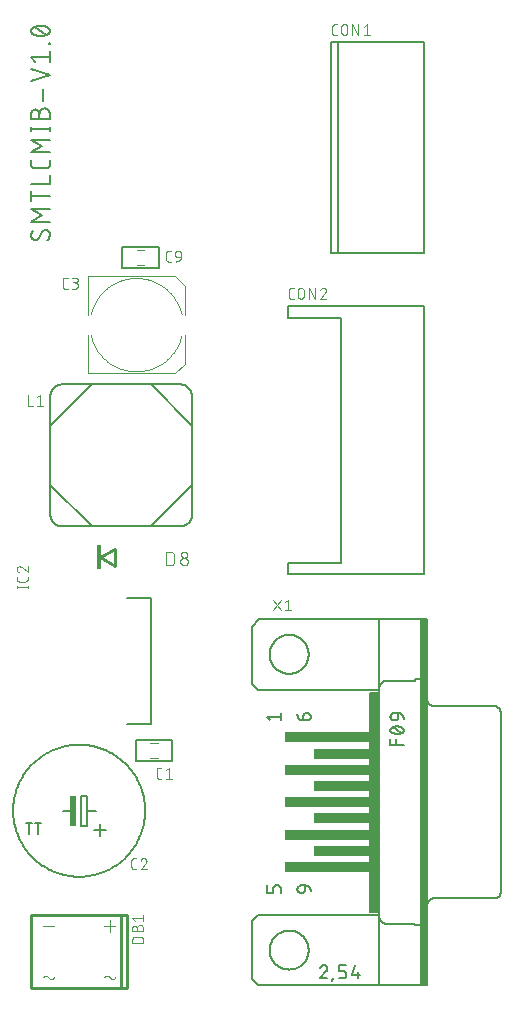
<source format=gto>
G75*
%MOIN*%
%OFA0B0*%
%FSLAX25Y25*%
%IPPOS*%
%LPD*%
%AMOC8*
5,1,8,0,0,1.08239X$1,22.5*
%
%ADD10C,0.00800*%
%ADD11C,0.00600*%
%ADD12C,0.00500*%
%ADD13R,0.03000X0.73000*%
%ADD14R,0.02000X1.22000*%
%ADD15R,0.28500X0.03200*%
%ADD16R,0.18500X0.03200*%
%ADD17C,0.00400*%
%ADD18C,0.00300*%
%ADD19R,0.02000X0.10000*%
%ADD20C,0.00472*%
%ADD21C,0.01000*%
%ADD22R,0.01181X0.08268*%
D10*
X0063122Y0166870D02*
X0071122Y0166870D01*
X0071122Y0208870D01*
X0063122Y0208870D01*
X0116650Y0216724D02*
X0161925Y0216724D01*
X0161925Y0306016D01*
X0116650Y0306016D01*
X0116650Y0302276D01*
X0134366Y0302276D01*
X0134366Y0220465D01*
X0116650Y0220465D01*
X0116650Y0216724D01*
X0131020Y0323693D02*
X0161925Y0323693D01*
X0161925Y0394165D01*
X0131020Y0394165D01*
X0131020Y0323693D01*
X0037344Y0334252D02*
X0031144Y0334252D01*
X0034589Y0336319D01*
X0031144Y0338386D01*
X0037344Y0338386D01*
X0037344Y0342678D02*
X0031144Y0342678D01*
X0031144Y0340956D02*
X0031144Y0344400D01*
X0031144Y0346919D02*
X0037344Y0346919D01*
X0037344Y0349675D01*
X0035966Y0352015D02*
X0032522Y0352015D01*
X0032522Y0352014D02*
X0032450Y0352016D01*
X0032378Y0352022D01*
X0032306Y0352031D01*
X0032235Y0352044D01*
X0032165Y0352061D01*
X0032096Y0352081D01*
X0032028Y0352106D01*
X0031962Y0352133D01*
X0031896Y0352164D01*
X0031833Y0352199D01*
X0031771Y0352236D01*
X0031712Y0352277D01*
X0031655Y0352321D01*
X0031600Y0352368D01*
X0031548Y0352418D01*
X0031498Y0352470D01*
X0031451Y0352525D01*
X0031407Y0352582D01*
X0031366Y0352641D01*
X0031329Y0352703D01*
X0031294Y0352766D01*
X0031263Y0352832D01*
X0031236Y0352898D01*
X0031211Y0352966D01*
X0031191Y0353035D01*
X0031174Y0353105D01*
X0031161Y0353176D01*
X0031152Y0353248D01*
X0031146Y0353320D01*
X0031144Y0353392D01*
X0031144Y0354770D01*
X0031144Y0357433D02*
X0034589Y0359499D01*
X0031144Y0361566D01*
X0037344Y0361566D01*
X0037344Y0364349D02*
X0037344Y0365727D01*
X0037344Y0365038D02*
X0031144Y0365038D01*
X0031144Y0364349D02*
X0031144Y0365727D01*
X0031144Y0368544D02*
X0031144Y0370266D01*
X0031146Y0370339D01*
X0031152Y0370412D01*
X0031162Y0370485D01*
X0031175Y0370557D01*
X0031193Y0370629D01*
X0031214Y0370699D01*
X0031239Y0370768D01*
X0031267Y0370835D01*
X0031299Y0370901D01*
X0031335Y0370966D01*
X0031374Y0371028D01*
X0031416Y0371088D01*
X0031461Y0371146D01*
X0031509Y0371201D01*
X0031561Y0371253D01*
X0031615Y0371303D01*
X0031671Y0371350D01*
X0031730Y0371394D01*
X0031791Y0371434D01*
X0031854Y0371471D01*
X0031919Y0371505D01*
X0031986Y0371536D01*
X0032055Y0371562D01*
X0032124Y0371585D01*
X0032195Y0371605D01*
X0032267Y0371620D01*
X0032339Y0371632D01*
X0032412Y0371640D01*
X0032485Y0371644D01*
X0032559Y0371644D01*
X0032632Y0371640D01*
X0032705Y0371632D01*
X0032777Y0371620D01*
X0032849Y0371605D01*
X0032920Y0371585D01*
X0032989Y0371562D01*
X0033058Y0371536D01*
X0033125Y0371505D01*
X0033190Y0371471D01*
X0033253Y0371434D01*
X0033314Y0371394D01*
X0033373Y0371350D01*
X0033429Y0371303D01*
X0033483Y0371253D01*
X0033535Y0371201D01*
X0033583Y0371146D01*
X0033628Y0371088D01*
X0033670Y0371028D01*
X0033709Y0370966D01*
X0033745Y0370901D01*
X0033777Y0370835D01*
X0033805Y0370768D01*
X0033830Y0370699D01*
X0033851Y0370629D01*
X0033869Y0370557D01*
X0033882Y0370485D01*
X0033892Y0370412D01*
X0033898Y0370339D01*
X0033900Y0370266D01*
X0033900Y0368544D01*
X0033900Y0370266D02*
X0033902Y0370348D01*
X0033908Y0370430D01*
X0033918Y0370511D01*
X0033931Y0370592D01*
X0033949Y0370672D01*
X0033970Y0370751D01*
X0033995Y0370829D01*
X0034023Y0370906D01*
X0034056Y0370981D01*
X0034091Y0371055D01*
X0034131Y0371127D01*
X0034173Y0371197D01*
X0034219Y0371265D01*
X0034268Y0371330D01*
X0034321Y0371394D01*
X0034376Y0371454D01*
X0034434Y0371512D01*
X0034494Y0371567D01*
X0034558Y0371620D01*
X0034623Y0371669D01*
X0034691Y0371715D01*
X0034761Y0371757D01*
X0034833Y0371797D01*
X0034907Y0371832D01*
X0034982Y0371865D01*
X0035059Y0371893D01*
X0035137Y0371918D01*
X0035216Y0371939D01*
X0035296Y0371957D01*
X0035377Y0371970D01*
X0035458Y0371980D01*
X0035540Y0371986D01*
X0035622Y0371988D01*
X0035704Y0371986D01*
X0035786Y0371980D01*
X0035867Y0371970D01*
X0035948Y0371957D01*
X0036028Y0371939D01*
X0036107Y0371918D01*
X0036185Y0371893D01*
X0036262Y0371865D01*
X0036337Y0371832D01*
X0036411Y0371797D01*
X0036483Y0371757D01*
X0036553Y0371715D01*
X0036621Y0371669D01*
X0036686Y0371620D01*
X0036750Y0371567D01*
X0036810Y0371512D01*
X0036868Y0371454D01*
X0036923Y0371394D01*
X0036976Y0371330D01*
X0037025Y0371265D01*
X0037071Y0371197D01*
X0037113Y0371127D01*
X0037153Y0371055D01*
X0037188Y0370981D01*
X0037221Y0370906D01*
X0037249Y0370829D01*
X0037274Y0370751D01*
X0037295Y0370672D01*
X0037313Y0370592D01*
X0037326Y0370511D01*
X0037336Y0370430D01*
X0037342Y0370348D01*
X0037344Y0370266D01*
X0037344Y0368544D01*
X0031144Y0368544D01*
X0034933Y0374459D02*
X0034933Y0378592D01*
X0031144Y0381023D02*
X0037344Y0383090D01*
X0031144Y0385156D01*
X0032522Y0387522D02*
X0031144Y0389244D01*
X0037344Y0389244D01*
X0037344Y0387522D02*
X0037344Y0390966D01*
X0037344Y0393379D02*
X0037344Y0393724D01*
X0037000Y0393724D01*
X0037000Y0393379D01*
X0037344Y0393379D01*
X0036483Y0399064D02*
X0036359Y0399122D01*
X0036235Y0399177D01*
X0036108Y0399229D01*
X0035981Y0399277D01*
X0035852Y0399321D01*
X0035722Y0399363D01*
X0035591Y0399400D01*
X0035459Y0399434D01*
X0035326Y0399465D01*
X0035193Y0399492D01*
X0035058Y0399516D01*
X0034924Y0399536D01*
X0034788Y0399552D01*
X0034653Y0399565D01*
X0034517Y0399574D01*
X0034380Y0399579D01*
X0034244Y0399581D01*
X0034244Y0396137D02*
X0034108Y0396139D01*
X0033971Y0396144D01*
X0033835Y0396153D01*
X0033700Y0396166D01*
X0033564Y0396182D01*
X0033430Y0396202D01*
X0033295Y0396226D01*
X0033162Y0396253D01*
X0033029Y0396284D01*
X0032897Y0396318D01*
X0032766Y0396355D01*
X0032636Y0396397D01*
X0032507Y0396441D01*
X0032380Y0396489D01*
X0032253Y0396541D01*
X0032129Y0396596D01*
X0032005Y0396654D01*
X0031145Y0397859D02*
X0031147Y0397928D01*
X0031152Y0397996D01*
X0031162Y0398064D01*
X0031175Y0398132D01*
X0031191Y0398198D01*
X0031211Y0398264D01*
X0031235Y0398329D01*
X0031262Y0398392D01*
X0031292Y0398453D01*
X0031326Y0398513D01*
X0031363Y0398571D01*
X0031403Y0398627D01*
X0031446Y0398681D01*
X0031491Y0398732D01*
X0031540Y0398781D01*
X0031591Y0398827D01*
X0031644Y0398870D01*
X0031700Y0398911D01*
X0031757Y0398948D01*
X0031817Y0398982D01*
X0031878Y0399013D01*
X0031941Y0399040D01*
X0032006Y0399064D01*
X0032522Y0399237D02*
X0035966Y0396482D01*
X0037344Y0397859D02*
X0037342Y0397928D01*
X0037337Y0397996D01*
X0037327Y0398064D01*
X0037314Y0398132D01*
X0037298Y0398198D01*
X0037278Y0398264D01*
X0037254Y0398329D01*
X0037227Y0398392D01*
X0037197Y0398453D01*
X0037163Y0398513D01*
X0037126Y0398571D01*
X0037086Y0398627D01*
X0037043Y0398681D01*
X0036998Y0398732D01*
X0036949Y0398781D01*
X0036898Y0398827D01*
X0036845Y0398870D01*
X0036789Y0398911D01*
X0036732Y0398948D01*
X0036672Y0398982D01*
X0036611Y0399013D01*
X0036548Y0399040D01*
X0036483Y0399064D01*
X0037344Y0397859D02*
X0037342Y0397790D01*
X0037337Y0397722D01*
X0037327Y0397654D01*
X0037314Y0397586D01*
X0037298Y0397520D01*
X0037278Y0397454D01*
X0037254Y0397389D01*
X0037227Y0397326D01*
X0037197Y0397265D01*
X0037163Y0397205D01*
X0037126Y0397147D01*
X0037086Y0397091D01*
X0037043Y0397037D01*
X0036998Y0396986D01*
X0036949Y0396937D01*
X0036898Y0396891D01*
X0036845Y0396848D01*
X0036789Y0396808D01*
X0036732Y0396770D01*
X0036672Y0396736D01*
X0036611Y0396705D01*
X0036548Y0396678D01*
X0036483Y0396654D01*
X0034244Y0399581D02*
X0034108Y0399579D01*
X0033971Y0399574D01*
X0033835Y0399565D01*
X0033700Y0399552D01*
X0033564Y0399536D01*
X0033430Y0399516D01*
X0033295Y0399492D01*
X0033162Y0399465D01*
X0033029Y0399434D01*
X0032897Y0399400D01*
X0032766Y0399363D01*
X0032636Y0399321D01*
X0032507Y0399277D01*
X0032380Y0399229D01*
X0032253Y0399177D01*
X0032129Y0399122D01*
X0032005Y0399064D01*
X0031145Y0397859D02*
X0031147Y0397790D01*
X0031152Y0397722D01*
X0031162Y0397654D01*
X0031175Y0397586D01*
X0031191Y0397520D01*
X0031211Y0397454D01*
X0031235Y0397389D01*
X0031262Y0397326D01*
X0031292Y0397265D01*
X0031326Y0397205D01*
X0031363Y0397147D01*
X0031403Y0397091D01*
X0031446Y0397037D01*
X0031491Y0396986D01*
X0031540Y0396937D01*
X0031591Y0396891D01*
X0031644Y0396848D01*
X0031700Y0396807D01*
X0031757Y0396770D01*
X0031817Y0396736D01*
X0031878Y0396705D01*
X0031941Y0396678D01*
X0032006Y0396654D01*
X0034244Y0396137D02*
X0034380Y0396139D01*
X0034517Y0396144D01*
X0034653Y0396153D01*
X0034788Y0396166D01*
X0034924Y0396182D01*
X0035058Y0396202D01*
X0035193Y0396226D01*
X0035326Y0396253D01*
X0035459Y0396284D01*
X0035591Y0396318D01*
X0035722Y0396355D01*
X0035852Y0396397D01*
X0035981Y0396441D01*
X0036108Y0396489D01*
X0036235Y0396541D01*
X0036359Y0396596D01*
X0036483Y0396654D01*
X0037344Y0357433D02*
X0031144Y0357433D01*
X0035966Y0352014D02*
X0036038Y0352016D01*
X0036110Y0352022D01*
X0036182Y0352031D01*
X0036253Y0352044D01*
X0036323Y0352061D01*
X0036392Y0352081D01*
X0036460Y0352106D01*
X0036526Y0352133D01*
X0036592Y0352164D01*
X0036655Y0352199D01*
X0036717Y0352236D01*
X0036776Y0352277D01*
X0036833Y0352321D01*
X0036888Y0352368D01*
X0036940Y0352418D01*
X0036990Y0352470D01*
X0037037Y0352525D01*
X0037081Y0352582D01*
X0037122Y0352641D01*
X0037159Y0352703D01*
X0037194Y0352766D01*
X0037225Y0352832D01*
X0037252Y0352898D01*
X0037277Y0352966D01*
X0037297Y0353035D01*
X0037314Y0353105D01*
X0037327Y0353176D01*
X0037336Y0353248D01*
X0037342Y0353320D01*
X0037344Y0353392D01*
X0037344Y0354770D01*
X0034761Y0330788D02*
X0033727Y0328894D01*
X0031144Y0329583D02*
X0031146Y0329681D01*
X0031151Y0329778D01*
X0031161Y0329876D01*
X0031174Y0329973D01*
X0031190Y0330069D01*
X0031210Y0330165D01*
X0031234Y0330259D01*
X0031262Y0330353D01*
X0031292Y0330446D01*
X0031327Y0330538D01*
X0031365Y0330628D01*
X0031406Y0330716D01*
X0031450Y0330803D01*
X0031498Y0330889D01*
X0031549Y0330972D01*
X0031603Y0331053D01*
X0031661Y0331133D01*
X0033727Y0328894D02*
X0033689Y0328832D01*
X0033647Y0328773D01*
X0033603Y0328715D01*
X0033555Y0328661D01*
X0033505Y0328608D01*
X0033452Y0328559D01*
X0033396Y0328512D01*
X0033338Y0328468D01*
X0033278Y0328427D01*
X0033216Y0328389D01*
X0033152Y0328355D01*
X0033086Y0328324D01*
X0033019Y0328296D01*
X0032951Y0328272D01*
X0032881Y0328252D01*
X0032810Y0328235D01*
X0032739Y0328222D01*
X0032667Y0328213D01*
X0032595Y0328207D01*
X0032522Y0328205D01*
X0032450Y0328207D01*
X0032378Y0328213D01*
X0032306Y0328222D01*
X0032235Y0328235D01*
X0032165Y0328252D01*
X0032096Y0328272D01*
X0032028Y0328297D01*
X0031962Y0328324D01*
X0031896Y0328355D01*
X0031833Y0328390D01*
X0031771Y0328427D01*
X0031712Y0328468D01*
X0031655Y0328512D01*
X0031600Y0328559D01*
X0031548Y0328609D01*
X0031498Y0328661D01*
X0031451Y0328716D01*
X0031407Y0328773D01*
X0031366Y0328832D01*
X0031329Y0328894D01*
X0031294Y0328957D01*
X0031263Y0329023D01*
X0031236Y0329089D01*
X0031211Y0329157D01*
X0031191Y0329226D01*
X0031174Y0329296D01*
X0031161Y0329367D01*
X0031152Y0329439D01*
X0031146Y0329511D01*
X0031144Y0329583D01*
X0036483Y0328032D02*
X0036556Y0328107D01*
X0036626Y0328184D01*
X0036693Y0328264D01*
X0036757Y0328347D01*
X0036819Y0328431D01*
X0036877Y0328518D01*
X0036932Y0328606D01*
X0036984Y0328697D01*
X0037033Y0328790D01*
X0037078Y0328884D01*
X0037120Y0328979D01*
X0037159Y0329077D01*
X0037193Y0329175D01*
X0037225Y0329275D01*
X0037253Y0329375D01*
X0037277Y0329477D01*
X0037297Y0329579D01*
X0037314Y0329683D01*
X0037327Y0329786D01*
X0037337Y0329890D01*
X0037342Y0329995D01*
X0037344Y0330099D01*
X0037342Y0330171D01*
X0037336Y0330243D01*
X0037327Y0330315D01*
X0037314Y0330385D01*
X0037297Y0330456D01*
X0037277Y0330525D01*
X0037252Y0330593D01*
X0037225Y0330659D01*
X0037194Y0330725D01*
X0037159Y0330788D01*
X0037122Y0330850D01*
X0037081Y0330909D01*
X0037037Y0330966D01*
X0036990Y0331021D01*
X0036940Y0331073D01*
X0036888Y0331123D01*
X0036833Y0331170D01*
X0036776Y0331214D01*
X0036717Y0331255D01*
X0036655Y0331292D01*
X0036592Y0331327D01*
X0036526Y0331358D01*
X0036460Y0331385D01*
X0036392Y0331410D01*
X0036323Y0331430D01*
X0036253Y0331447D01*
X0036182Y0331460D01*
X0036110Y0331469D01*
X0036038Y0331475D01*
X0035966Y0331477D01*
X0035893Y0331475D01*
X0035821Y0331469D01*
X0035749Y0331460D01*
X0035678Y0331447D01*
X0035607Y0331430D01*
X0035537Y0331410D01*
X0035469Y0331386D01*
X0035402Y0331358D01*
X0035336Y0331327D01*
X0035272Y0331293D01*
X0035210Y0331255D01*
X0035150Y0331214D01*
X0035092Y0331170D01*
X0035036Y0331123D01*
X0034983Y0331074D01*
X0034933Y0331022D01*
X0034885Y0330967D01*
X0034841Y0330909D01*
X0034799Y0330850D01*
X0034761Y0330788D01*
D11*
X0061520Y0325815D02*
X0061520Y0318925D01*
X0073724Y0318925D01*
X0073724Y0325815D01*
X0061520Y0325815D01*
X0107122Y0201744D02*
X0146622Y0201744D01*
X0147122Y0201744D01*
X0159122Y0201744D01*
X0161122Y0201744D01*
X0161122Y0191744D01*
X0161122Y0181744D01*
X0161122Y0099744D01*
X0159122Y0099744D01*
X0159122Y0100244D01*
X0149622Y0100244D01*
X0149524Y0100246D01*
X0149426Y0100252D01*
X0149328Y0100261D01*
X0149231Y0100275D01*
X0149134Y0100292D01*
X0149038Y0100313D01*
X0148943Y0100338D01*
X0148849Y0100366D01*
X0148757Y0100399D01*
X0148665Y0100434D01*
X0148575Y0100474D01*
X0148487Y0100516D01*
X0148400Y0100563D01*
X0148316Y0100612D01*
X0148233Y0100665D01*
X0148153Y0100721D01*
X0148074Y0100781D01*
X0147998Y0100843D01*
X0147925Y0100908D01*
X0147854Y0100976D01*
X0147786Y0101047D01*
X0147721Y0101120D01*
X0147659Y0101196D01*
X0147599Y0101275D01*
X0147543Y0101355D01*
X0147490Y0101438D01*
X0147441Y0101522D01*
X0147394Y0101609D01*
X0147352Y0101697D01*
X0147312Y0101787D01*
X0147277Y0101879D01*
X0147244Y0101971D01*
X0147216Y0102065D01*
X0147191Y0102160D01*
X0147170Y0102256D01*
X0147153Y0102353D01*
X0147139Y0102450D01*
X0147130Y0102548D01*
X0147124Y0102646D01*
X0147122Y0102744D01*
X0147122Y0103244D02*
X0106622Y0103244D01*
X0104622Y0101244D01*
X0104622Y0081744D01*
X0106622Y0079744D01*
X0146622Y0079744D01*
X0147122Y0079744D01*
X0147122Y0099744D01*
X0147122Y0103244D01*
X0147122Y0104244D01*
X0144122Y0104244D01*
X0144122Y0177244D01*
X0147122Y0177244D01*
X0147122Y0104244D01*
X0147122Y0079744D02*
X0159122Y0079744D01*
X0161122Y0079744D01*
X0161122Y0089744D01*
X0161122Y0099744D01*
X0163122Y0106244D02*
X0163124Y0106342D01*
X0163130Y0106440D01*
X0163139Y0106538D01*
X0163153Y0106635D01*
X0163170Y0106732D01*
X0163191Y0106828D01*
X0163216Y0106923D01*
X0163244Y0107017D01*
X0163277Y0107109D01*
X0163312Y0107201D01*
X0163352Y0107291D01*
X0163394Y0107379D01*
X0163441Y0107466D01*
X0163490Y0107550D01*
X0163543Y0107633D01*
X0163599Y0107713D01*
X0163659Y0107792D01*
X0163721Y0107868D01*
X0163786Y0107941D01*
X0163854Y0108012D01*
X0163925Y0108080D01*
X0163998Y0108145D01*
X0164074Y0108207D01*
X0164153Y0108267D01*
X0164233Y0108323D01*
X0164316Y0108376D01*
X0164400Y0108425D01*
X0164487Y0108472D01*
X0164575Y0108514D01*
X0164665Y0108554D01*
X0164757Y0108589D01*
X0164849Y0108622D01*
X0164943Y0108650D01*
X0165038Y0108675D01*
X0165134Y0108696D01*
X0165231Y0108713D01*
X0165328Y0108727D01*
X0165426Y0108736D01*
X0165524Y0108742D01*
X0165622Y0108744D01*
X0185622Y0108744D01*
X0185709Y0108746D01*
X0185796Y0108752D01*
X0185883Y0108761D01*
X0185969Y0108774D01*
X0186055Y0108791D01*
X0186140Y0108812D01*
X0186223Y0108837D01*
X0186306Y0108865D01*
X0186387Y0108896D01*
X0186467Y0108931D01*
X0186545Y0108970D01*
X0186622Y0109012D01*
X0186697Y0109057D01*
X0186769Y0109106D01*
X0186840Y0109157D01*
X0186908Y0109212D01*
X0186973Y0109269D01*
X0187036Y0109330D01*
X0187097Y0109393D01*
X0187154Y0109458D01*
X0187209Y0109526D01*
X0187260Y0109597D01*
X0187309Y0109669D01*
X0187354Y0109744D01*
X0187396Y0109821D01*
X0187435Y0109899D01*
X0187470Y0109979D01*
X0187501Y0110060D01*
X0187529Y0110143D01*
X0187554Y0110226D01*
X0187575Y0110311D01*
X0187592Y0110397D01*
X0187605Y0110483D01*
X0187614Y0110570D01*
X0187620Y0110657D01*
X0187622Y0110744D01*
X0187622Y0111744D01*
X0187622Y0169744D01*
X0187622Y0170744D01*
X0187620Y0170831D01*
X0187614Y0170918D01*
X0187605Y0171005D01*
X0187592Y0171091D01*
X0187575Y0171177D01*
X0187554Y0171262D01*
X0187529Y0171345D01*
X0187501Y0171428D01*
X0187470Y0171509D01*
X0187435Y0171589D01*
X0187396Y0171667D01*
X0187354Y0171744D01*
X0187309Y0171819D01*
X0187260Y0171891D01*
X0187209Y0171962D01*
X0187154Y0172030D01*
X0187097Y0172095D01*
X0187036Y0172158D01*
X0186973Y0172219D01*
X0186908Y0172276D01*
X0186840Y0172331D01*
X0186769Y0172382D01*
X0186697Y0172431D01*
X0186622Y0172476D01*
X0186545Y0172518D01*
X0186467Y0172557D01*
X0186387Y0172592D01*
X0186306Y0172623D01*
X0186223Y0172651D01*
X0186140Y0172676D01*
X0186055Y0172697D01*
X0185969Y0172714D01*
X0185883Y0172727D01*
X0185796Y0172736D01*
X0185709Y0172742D01*
X0185622Y0172744D01*
X0165622Y0172744D01*
X0165524Y0172746D01*
X0165426Y0172752D01*
X0165328Y0172761D01*
X0165231Y0172775D01*
X0165134Y0172792D01*
X0165038Y0172813D01*
X0164943Y0172838D01*
X0164849Y0172866D01*
X0164757Y0172899D01*
X0164665Y0172934D01*
X0164575Y0172974D01*
X0164487Y0173016D01*
X0164400Y0173063D01*
X0164316Y0173112D01*
X0164233Y0173165D01*
X0164153Y0173221D01*
X0164074Y0173281D01*
X0163998Y0173343D01*
X0163925Y0173408D01*
X0163854Y0173476D01*
X0163786Y0173547D01*
X0163721Y0173620D01*
X0163659Y0173696D01*
X0163599Y0173775D01*
X0163543Y0173855D01*
X0163490Y0173938D01*
X0163441Y0174022D01*
X0163394Y0174109D01*
X0163352Y0174197D01*
X0163312Y0174287D01*
X0163277Y0174379D01*
X0163244Y0174471D01*
X0163216Y0174565D01*
X0163191Y0174660D01*
X0163170Y0174756D01*
X0163153Y0174853D01*
X0163139Y0174950D01*
X0163130Y0175048D01*
X0163124Y0175146D01*
X0163122Y0175244D01*
X0163122Y0171244D02*
X0163122Y0201744D01*
X0161122Y0201744D01*
X0161122Y0181744D02*
X0159122Y0181744D01*
X0159122Y0181244D01*
X0149622Y0181244D01*
X0149524Y0181242D01*
X0149426Y0181236D01*
X0149328Y0181227D01*
X0149231Y0181213D01*
X0149134Y0181196D01*
X0149038Y0181175D01*
X0148943Y0181150D01*
X0148849Y0181122D01*
X0148757Y0181089D01*
X0148665Y0181054D01*
X0148575Y0181014D01*
X0148487Y0180972D01*
X0148400Y0180925D01*
X0148316Y0180876D01*
X0148233Y0180823D01*
X0148153Y0180767D01*
X0148074Y0180707D01*
X0147998Y0180645D01*
X0147925Y0180580D01*
X0147854Y0180512D01*
X0147786Y0180441D01*
X0147721Y0180368D01*
X0147659Y0180292D01*
X0147599Y0180213D01*
X0147543Y0180133D01*
X0147490Y0180050D01*
X0147441Y0179966D01*
X0147394Y0179879D01*
X0147352Y0179791D01*
X0147312Y0179701D01*
X0147277Y0179609D01*
X0147244Y0179517D01*
X0147216Y0179423D01*
X0147191Y0179328D01*
X0147170Y0179232D01*
X0147153Y0179135D01*
X0147139Y0179038D01*
X0147130Y0178940D01*
X0147124Y0178842D01*
X0147122Y0178744D01*
X0147122Y0178244D02*
X0106622Y0178244D01*
X0104622Y0180244D01*
X0104622Y0199244D01*
X0107122Y0201744D01*
X0110622Y0190044D02*
X0110624Y0190205D01*
X0110630Y0190365D01*
X0110640Y0190526D01*
X0110654Y0190686D01*
X0110672Y0190846D01*
X0110693Y0191005D01*
X0110719Y0191164D01*
X0110749Y0191322D01*
X0110782Y0191479D01*
X0110820Y0191636D01*
X0110861Y0191791D01*
X0110906Y0191945D01*
X0110955Y0192098D01*
X0111008Y0192250D01*
X0111064Y0192401D01*
X0111125Y0192550D01*
X0111188Y0192698D01*
X0111256Y0192844D01*
X0111327Y0192988D01*
X0111401Y0193130D01*
X0111479Y0193271D01*
X0111561Y0193409D01*
X0111646Y0193546D01*
X0111734Y0193680D01*
X0111826Y0193812D01*
X0111921Y0193942D01*
X0112019Y0194070D01*
X0112120Y0194195D01*
X0112224Y0194317D01*
X0112331Y0194437D01*
X0112441Y0194554D01*
X0112554Y0194669D01*
X0112670Y0194780D01*
X0112789Y0194889D01*
X0112910Y0194994D01*
X0113034Y0195097D01*
X0113160Y0195197D01*
X0113288Y0195293D01*
X0113419Y0195386D01*
X0113553Y0195476D01*
X0113688Y0195563D01*
X0113826Y0195646D01*
X0113965Y0195726D01*
X0114107Y0195802D01*
X0114250Y0195875D01*
X0114395Y0195944D01*
X0114542Y0196010D01*
X0114690Y0196072D01*
X0114840Y0196130D01*
X0114991Y0196185D01*
X0115144Y0196236D01*
X0115298Y0196283D01*
X0115453Y0196326D01*
X0115609Y0196365D01*
X0115765Y0196401D01*
X0115923Y0196432D01*
X0116081Y0196460D01*
X0116240Y0196484D01*
X0116400Y0196504D01*
X0116560Y0196520D01*
X0116720Y0196532D01*
X0116881Y0196540D01*
X0117042Y0196544D01*
X0117202Y0196544D01*
X0117363Y0196540D01*
X0117524Y0196532D01*
X0117684Y0196520D01*
X0117844Y0196504D01*
X0118004Y0196484D01*
X0118163Y0196460D01*
X0118321Y0196432D01*
X0118479Y0196401D01*
X0118635Y0196365D01*
X0118791Y0196326D01*
X0118946Y0196283D01*
X0119100Y0196236D01*
X0119253Y0196185D01*
X0119404Y0196130D01*
X0119554Y0196072D01*
X0119702Y0196010D01*
X0119849Y0195944D01*
X0119994Y0195875D01*
X0120137Y0195802D01*
X0120279Y0195726D01*
X0120418Y0195646D01*
X0120556Y0195563D01*
X0120691Y0195476D01*
X0120825Y0195386D01*
X0120956Y0195293D01*
X0121084Y0195197D01*
X0121210Y0195097D01*
X0121334Y0194994D01*
X0121455Y0194889D01*
X0121574Y0194780D01*
X0121690Y0194669D01*
X0121803Y0194554D01*
X0121913Y0194437D01*
X0122020Y0194317D01*
X0122124Y0194195D01*
X0122225Y0194070D01*
X0122323Y0193942D01*
X0122418Y0193812D01*
X0122510Y0193680D01*
X0122598Y0193546D01*
X0122683Y0193409D01*
X0122765Y0193271D01*
X0122843Y0193130D01*
X0122917Y0192988D01*
X0122988Y0192844D01*
X0123056Y0192698D01*
X0123119Y0192550D01*
X0123180Y0192401D01*
X0123236Y0192250D01*
X0123289Y0192098D01*
X0123338Y0191945D01*
X0123383Y0191791D01*
X0123424Y0191636D01*
X0123462Y0191479D01*
X0123495Y0191322D01*
X0123525Y0191164D01*
X0123551Y0191005D01*
X0123572Y0190846D01*
X0123590Y0190686D01*
X0123604Y0190526D01*
X0123614Y0190365D01*
X0123620Y0190205D01*
X0123622Y0190044D01*
X0123620Y0189883D01*
X0123614Y0189723D01*
X0123604Y0189562D01*
X0123590Y0189402D01*
X0123572Y0189242D01*
X0123551Y0189083D01*
X0123525Y0188924D01*
X0123495Y0188766D01*
X0123462Y0188609D01*
X0123424Y0188452D01*
X0123383Y0188297D01*
X0123338Y0188143D01*
X0123289Y0187990D01*
X0123236Y0187838D01*
X0123180Y0187687D01*
X0123119Y0187538D01*
X0123056Y0187390D01*
X0122988Y0187244D01*
X0122917Y0187100D01*
X0122843Y0186958D01*
X0122765Y0186817D01*
X0122683Y0186679D01*
X0122598Y0186542D01*
X0122510Y0186408D01*
X0122418Y0186276D01*
X0122323Y0186146D01*
X0122225Y0186018D01*
X0122124Y0185893D01*
X0122020Y0185771D01*
X0121913Y0185651D01*
X0121803Y0185534D01*
X0121690Y0185419D01*
X0121574Y0185308D01*
X0121455Y0185199D01*
X0121334Y0185094D01*
X0121210Y0184991D01*
X0121084Y0184891D01*
X0120956Y0184795D01*
X0120825Y0184702D01*
X0120691Y0184612D01*
X0120556Y0184525D01*
X0120418Y0184442D01*
X0120279Y0184362D01*
X0120137Y0184286D01*
X0119994Y0184213D01*
X0119849Y0184144D01*
X0119702Y0184078D01*
X0119554Y0184016D01*
X0119404Y0183958D01*
X0119253Y0183903D01*
X0119100Y0183852D01*
X0118946Y0183805D01*
X0118791Y0183762D01*
X0118635Y0183723D01*
X0118479Y0183687D01*
X0118321Y0183656D01*
X0118163Y0183628D01*
X0118004Y0183604D01*
X0117844Y0183584D01*
X0117684Y0183568D01*
X0117524Y0183556D01*
X0117363Y0183548D01*
X0117202Y0183544D01*
X0117042Y0183544D01*
X0116881Y0183548D01*
X0116720Y0183556D01*
X0116560Y0183568D01*
X0116400Y0183584D01*
X0116240Y0183604D01*
X0116081Y0183628D01*
X0115923Y0183656D01*
X0115765Y0183687D01*
X0115609Y0183723D01*
X0115453Y0183762D01*
X0115298Y0183805D01*
X0115144Y0183852D01*
X0114991Y0183903D01*
X0114840Y0183958D01*
X0114690Y0184016D01*
X0114542Y0184078D01*
X0114395Y0184144D01*
X0114250Y0184213D01*
X0114107Y0184286D01*
X0113965Y0184362D01*
X0113826Y0184442D01*
X0113688Y0184525D01*
X0113553Y0184612D01*
X0113419Y0184702D01*
X0113288Y0184795D01*
X0113160Y0184891D01*
X0113034Y0184991D01*
X0112910Y0185094D01*
X0112789Y0185199D01*
X0112670Y0185308D01*
X0112554Y0185419D01*
X0112441Y0185534D01*
X0112331Y0185651D01*
X0112224Y0185771D01*
X0112120Y0185893D01*
X0112019Y0186018D01*
X0111921Y0186146D01*
X0111826Y0186276D01*
X0111734Y0186408D01*
X0111646Y0186542D01*
X0111561Y0186679D01*
X0111479Y0186817D01*
X0111401Y0186958D01*
X0111327Y0187100D01*
X0111256Y0187244D01*
X0111188Y0187390D01*
X0111125Y0187538D01*
X0111064Y0187687D01*
X0111008Y0187838D01*
X0110955Y0187990D01*
X0110906Y0188143D01*
X0110861Y0188297D01*
X0110820Y0188452D01*
X0110782Y0188609D01*
X0110749Y0188766D01*
X0110719Y0188924D01*
X0110693Y0189083D01*
X0110672Y0189242D01*
X0110654Y0189402D01*
X0110640Y0189562D01*
X0110630Y0189723D01*
X0110624Y0189883D01*
X0110622Y0190044D01*
X0078224Y0161315D02*
X0078224Y0154425D01*
X0066020Y0154425D01*
X0066020Y0161315D01*
X0078224Y0161315D01*
X0056122Y0131370D02*
X0052122Y0131370D01*
X0054122Y0129370D02*
X0054122Y0133370D01*
X0052622Y0137870D02*
X0049622Y0137870D01*
X0049622Y0132870D01*
X0047622Y0132870D01*
X0047622Y0142870D01*
X0049622Y0142870D01*
X0049622Y0137870D01*
X0025122Y0137870D02*
X0025129Y0138410D01*
X0025148Y0138949D01*
X0025182Y0139488D01*
X0025228Y0140026D01*
X0025287Y0140563D01*
X0025360Y0141098D01*
X0025446Y0141631D01*
X0025545Y0142162D01*
X0025657Y0142690D01*
X0025781Y0143216D01*
X0025919Y0143738D01*
X0026069Y0144256D01*
X0026232Y0144771D01*
X0026408Y0145282D01*
X0026596Y0145788D01*
X0026797Y0146289D01*
X0027009Y0146785D01*
X0027234Y0147276D01*
X0027471Y0147761D01*
X0027720Y0148241D01*
X0027980Y0148714D01*
X0028252Y0149180D01*
X0028535Y0149640D01*
X0028830Y0150093D01*
X0029135Y0150538D01*
X0029451Y0150975D01*
X0029778Y0151405D01*
X0030116Y0151827D01*
X0030463Y0152240D01*
X0030821Y0152644D01*
X0031189Y0153040D01*
X0031566Y0153426D01*
X0031952Y0153803D01*
X0032348Y0154171D01*
X0032752Y0154529D01*
X0033165Y0154876D01*
X0033587Y0155214D01*
X0034017Y0155541D01*
X0034454Y0155857D01*
X0034899Y0156162D01*
X0035352Y0156457D01*
X0035812Y0156740D01*
X0036278Y0157012D01*
X0036751Y0157272D01*
X0037231Y0157521D01*
X0037716Y0157758D01*
X0038207Y0157983D01*
X0038703Y0158195D01*
X0039204Y0158396D01*
X0039710Y0158584D01*
X0040221Y0158760D01*
X0040736Y0158923D01*
X0041254Y0159073D01*
X0041776Y0159211D01*
X0042302Y0159335D01*
X0042830Y0159447D01*
X0043361Y0159546D01*
X0043894Y0159632D01*
X0044429Y0159705D01*
X0044966Y0159764D01*
X0045504Y0159810D01*
X0046043Y0159844D01*
X0046582Y0159863D01*
X0047122Y0159870D01*
X0047662Y0159863D01*
X0048201Y0159844D01*
X0048740Y0159810D01*
X0049278Y0159764D01*
X0049815Y0159705D01*
X0050350Y0159632D01*
X0050883Y0159546D01*
X0051414Y0159447D01*
X0051942Y0159335D01*
X0052468Y0159211D01*
X0052990Y0159073D01*
X0053508Y0158923D01*
X0054023Y0158760D01*
X0054534Y0158584D01*
X0055040Y0158396D01*
X0055541Y0158195D01*
X0056037Y0157983D01*
X0056528Y0157758D01*
X0057013Y0157521D01*
X0057493Y0157272D01*
X0057966Y0157012D01*
X0058432Y0156740D01*
X0058892Y0156457D01*
X0059345Y0156162D01*
X0059790Y0155857D01*
X0060227Y0155541D01*
X0060657Y0155214D01*
X0061079Y0154876D01*
X0061492Y0154529D01*
X0061896Y0154171D01*
X0062292Y0153803D01*
X0062678Y0153426D01*
X0063055Y0153040D01*
X0063423Y0152644D01*
X0063781Y0152240D01*
X0064128Y0151827D01*
X0064466Y0151405D01*
X0064793Y0150975D01*
X0065109Y0150538D01*
X0065414Y0150093D01*
X0065709Y0149640D01*
X0065992Y0149180D01*
X0066264Y0148714D01*
X0066524Y0148241D01*
X0066773Y0147761D01*
X0067010Y0147276D01*
X0067235Y0146785D01*
X0067447Y0146289D01*
X0067648Y0145788D01*
X0067836Y0145282D01*
X0068012Y0144771D01*
X0068175Y0144256D01*
X0068325Y0143738D01*
X0068463Y0143216D01*
X0068587Y0142690D01*
X0068699Y0142162D01*
X0068798Y0141631D01*
X0068884Y0141098D01*
X0068957Y0140563D01*
X0069016Y0140026D01*
X0069062Y0139488D01*
X0069096Y0138949D01*
X0069115Y0138410D01*
X0069122Y0137870D01*
X0069115Y0137330D01*
X0069096Y0136791D01*
X0069062Y0136252D01*
X0069016Y0135714D01*
X0068957Y0135177D01*
X0068884Y0134642D01*
X0068798Y0134109D01*
X0068699Y0133578D01*
X0068587Y0133050D01*
X0068463Y0132524D01*
X0068325Y0132002D01*
X0068175Y0131484D01*
X0068012Y0130969D01*
X0067836Y0130458D01*
X0067648Y0129952D01*
X0067447Y0129451D01*
X0067235Y0128955D01*
X0067010Y0128464D01*
X0066773Y0127979D01*
X0066524Y0127499D01*
X0066264Y0127026D01*
X0065992Y0126560D01*
X0065709Y0126100D01*
X0065414Y0125647D01*
X0065109Y0125202D01*
X0064793Y0124765D01*
X0064466Y0124335D01*
X0064128Y0123913D01*
X0063781Y0123500D01*
X0063423Y0123096D01*
X0063055Y0122700D01*
X0062678Y0122314D01*
X0062292Y0121937D01*
X0061896Y0121569D01*
X0061492Y0121211D01*
X0061079Y0120864D01*
X0060657Y0120526D01*
X0060227Y0120199D01*
X0059790Y0119883D01*
X0059345Y0119578D01*
X0058892Y0119283D01*
X0058432Y0119000D01*
X0057966Y0118728D01*
X0057493Y0118468D01*
X0057013Y0118219D01*
X0056528Y0117982D01*
X0056037Y0117757D01*
X0055541Y0117545D01*
X0055040Y0117344D01*
X0054534Y0117156D01*
X0054023Y0116980D01*
X0053508Y0116817D01*
X0052990Y0116667D01*
X0052468Y0116529D01*
X0051942Y0116405D01*
X0051414Y0116293D01*
X0050883Y0116194D01*
X0050350Y0116108D01*
X0049815Y0116035D01*
X0049278Y0115976D01*
X0048740Y0115930D01*
X0048201Y0115896D01*
X0047662Y0115877D01*
X0047122Y0115870D01*
X0046582Y0115877D01*
X0046043Y0115896D01*
X0045504Y0115930D01*
X0044966Y0115976D01*
X0044429Y0116035D01*
X0043894Y0116108D01*
X0043361Y0116194D01*
X0042830Y0116293D01*
X0042302Y0116405D01*
X0041776Y0116529D01*
X0041254Y0116667D01*
X0040736Y0116817D01*
X0040221Y0116980D01*
X0039710Y0117156D01*
X0039204Y0117344D01*
X0038703Y0117545D01*
X0038207Y0117757D01*
X0037716Y0117982D01*
X0037231Y0118219D01*
X0036751Y0118468D01*
X0036278Y0118728D01*
X0035812Y0119000D01*
X0035352Y0119283D01*
X0034899Y0119578D01*
X0034454Y0119883D01*
X0034017Y0120199D01*
X0033587Y0120526D01*
X0033165Y0120864D01*
X0032752Y0121211D01*
X0032348Y0121569D01*
X0031952Y0121937D01*
X0031566Y0122314D01*
X0031189Y0122700D01*
X0030821Y0123096D01*
X0030463Y0123500D01*
X0030116Y0123913D01*
X0029778Y0124335D01*
X0029451Y0124765D01*
X0029135Y0125202D01*
X0028830Y0125647D01*
X0028535Y0126100D01*
X0028252Y0126560D01*
X0027980Y0127026D01*
X0027720Y0127499D01*
X0027471Y0127979D01*
X0027234Y0128464D01*
X0027009Y0128955D01*
X0026797Y0129451D01*
X0026596Y0129952D01*
X0026408Y0130458D01*
X0026232Y0130969D01*
X0026069Y0131484D01*
X0025919Y0132002D01*
X0025781Y0132524D01*
X0025657Y0133050D01*
X0025545Y0133578D01*
X0025446Y0134109D01*
X0025360Y0134642D01*
X0025287Y0135177D01*
X0025228Y0135714D01*
X0025182Y0136252D01*
X0025148Y0136791D01*
X0025129Y0137330D01*
X0025122Y0137870D01*
X0041622Y0137870D02*
X0044622Y0137870D01*
X0110622Y0091444D02*
X0110624Y0091605D01*
X0110630Y0091765D01*
X0110640Y0091926D01*
X0110654Y0092086D01*
X0110672Y0092246D01*
X0110693Y0092405D01*
X0110719Y0092564D01*
X0110749Y0092722D01*
X0110782Y0092879D01*
X0110820Y0093036D01*
X0110861Y0093191D01*
X0110906Y0093345D01*
X0110955Y0093498D01*
X0111008Y0093650D01*
X0111064Y0093801D01*
X0111125Y0093950D01*
X0111188Y0094098D01*
X0111256Y0094244D01*
X0111327Y0094388D01*
X0111401Y0094530D01*
X0111479Y0094671D01*
X0111561Y0094809D01*
X0111646Y0094946D01*
X0111734Y0095080D01*
X0111826Y0095212D01*
X0111921Y0095342D01*
X0112019Y0095470D01*
X0112120Y0095595D01*
X0112224Y0095717D01*
X0112331Y0095837D01*
X0112441Y0095954D01*
X0112554Y0096069D01*
X0112670Y0096180D01*
X0112789Y0096289D01*
X0112910Y0096394D01*
X0113034Y0096497D01*
X0113160Y0096597D01*
X0113288Y0096693D01*
X0113419Y0096786D01*
X0113553Y0096876D01*
X0113688Y0096963D01*
X0113826Y0097046D01*
X0113965Y0097126D01*
X0114107Y0097202D01*
X0114250Y0097275D01*
X0114395Y0097344D01*
X0114542Y0097410D01*
X0114690Y0097472D01*
X0114840Y0097530D01*
X0114991Y0097585D01*
X0115144Y0097636D01*
X0115298Y0097683D01*
X0115453Y0097726D01*
X0115609Y0097765D01*
X0115765Y0097801D01*
X0115923Y0097832D01*
X0116081Y0097860D01*
X0116240Y0097884D01*
X0116400Y0097904D01*
X0116560Y0097920D01*
X0116720Y0097932D01*
X0116881Y0097940D01*
X0117042Y0097944D01*
X0117202Y0097944D01*
X0117363Y0097940D01*
X0117524Y0097932D01*
X0117684Y0097920D01*
X0117844Y0097904D01*
X0118004Y0097884D01*
X0118163Y0097860D01*
X0118321Y0097832D01*
X0118479Y0097801D01*
X0118635Y0097765D01*
X0118791Y0097726D01*
X0118946Y0097683D01*
X0119100Y0097636D01*
X0119253Y0097585D01*
X0119404Y0097530D01*
X0119554Y0097472D01*
X0119702Y0097410D01*
X0119849Y0097344D01*
X0119994Y0097275D01*
X0120137Y0097202D01*
X0120279Y0097126D01*
X0120418Y0097046D01*
X0120556Y0096963D01*
X0120691Y0096876D01*
X0120825Y0096786D01*
X0120956Y0096693D01*
X0121084Y0096597D01*
X0121210Y0096497D01*
X0121334Y0096394D01*
X0121455Y0096289D01*
X0121574Y0096180D01*
X0121690Y0096069D01*
X0121803Y0095954D01*
X0121913Y0095837D01*
X0122020Y0095717D01*
X0122124Y0095595D01*
X0122225Y0095470D01*
X0122323Y0095342D01*
X0122418Y0095212D01*
X0122510Y0095080D01*
X0122598Y0094946D01*
X0122683Y0094809D01*
X0122765Y0094671D01*
X0122843Y0094530D01*
X0122917Y0094388D01*
X0122988Y0094244D01*
X0123056Y0094098D01*
X0123119Y0093950D01*
X0123180Y0093801D01*
X0123236Y0093650D01*
X0123289Y0093498D01*
X0123338Y0093345D01*
X0123383Y0093191D01*
X0123424Y0093036D01*
X0123462Y0092879D01*
X0123495Y0092722D01*
X0123525Y0092564D01*
X0123551Y0092405D01*
X0123572Y0092246D01*
X0123590Y0092086D01*
X0123604Y0091926D01*
X0123614Y0091765D01*
X0123620Y0091605D01*
X0123622Y0091444D01*
X0123620Y0091283D01*
X0123614Y0091123D01*
X0123604Y0090962D01*
X0123590Y0090802D01*
X0123572Y0090642D01*
X0123551Y0090483D01*
X0123525Y0090324D01*
X0123495Y0090166D01*
X0123462Y0090009D01*
X0123424Y0089852D01*
X0123383Y0089697D01*
X0123338Y0089543D01*
X0123289Y0089390D01*
X0123236Y0089238D01*
X0123180Y0089087D01*
X0123119Y0088938D01*
X0123056Y0088790D01*
X0122988Y0088644D01*
X0122917Y0088500D01*
X0122843Y0088358D01*
X0122765Y0088217D01*
X0122683Y0088079D01*
X0122598Y0087942D01*
X0122510Y0087808D01*
X0122418Y0087676D01*
X0122323Y0087546D01*
X0122225Y0087418D01*
X0122124Y0087293D01*
X0122020Y0087171D01*
X0121913Y0087051D01*
X0121803Y0086934D01*
X0121690Y0086819D01*
X0121574Y0086708D01*
X0121455Y0086599D01*
X0121334Y0086494D01*
X0121210Y0086391D01*
X0121084Y0086291D01*
X0120956Y0086195D01*
X0120825Y0086102D01*
X0120691Y0086012D01*
X0120556Y0085925D01*
X0120418Y0085842D01*
X0120279Y0085762D01*
X0120137Y0085686D01*
X0119994Y0085613D01*
X0119849Y0085544D01*
X0119702Y0085478D01*
X0119554Y0085416D01*
X0119404Y0085358D01*
X0119253Y0085303D01*
X0119100Y0085252D01*
X0118946Y0085205D01*
X0118791Y0085162D01*
X0118635Y0085123D01*
X0118479Y0085087D01*
X0118321Y0085056D01*
X0118163Y0085028D01*
X0118004Y0085004D01*
X0117844Y0084984D01*
X0117684Y0084968D01*
X0117524Y0084956D01*
X0117363Y0084948D01*
X0117202Y0084944D01*
X0117042Y0084944D01*
X0116881Y0084948D01*
X0116720Y0084956D01*
X0116560Y0084968D01*
X0116400Y0084984D01*
X0116240Y0085004D01*
X0116081Y0085028D01*
X0115923Y0085056D01*
X0115765Y0085087D01*
X0115609Y0085123D01*
X0115453Y0085162D01*
X0115298Y0085205D01*
X0115144Y0085252D01*
X0114991Y0085303D01*
X0114840Y0085358D01*
X0114690Y0085416D01*
X0114542Y0085478D01*
X0114395Y0085544D01*
X0114250Y0085613D01*
X0114107Y0085686D01*
X0113965Y0085762D01*
X0113826Y0085842D01*
X0113688Y0085925D01*
X0113553Y0086012D01*
X0113419Y0086102D01*
X0113288Y0086195D01*
X0113160Y0086291D01*
X0113034Y0086391D01*
X0112910Y0086494D01*
X0112789Y0086599D01*
X0112670Y0086708D01*
X0112554Y0086819D01*
X0112441Y0086934D01*
X0112331Y0087051D01*
X0112224Y0087171D01*
X0112120Y0087293D01*
X0112019Y0087418D01*
X0111921Y0087546D01*
X0111826Y0087676D01*
X0111734Y0087808D01*
X0111646Y0087942D01*
X0111561Y0088079D01*
X0111479Y0088217D01*
X0111401Y0088358D01*
X0111327Y0088500D01*
X0111256Y0088644D01*
X0111188Y0088790D01*
X0111125Y0088938D01*
X0111064Y0089087D01*
X0111008Y0089238D01*
X0110955Y0089390D01*
X0110906Y0089543D01*
X0110861Y0089697D01*
X0110820Y0089852D01*
X0110782Y0090009D01*
X0110749Y0090166D01*
X0110719Y0090324D01*
X0110693Y0090483D01*
X0110672Y0090642D01*
X0110654Y0090802D01*
X0110640Y0090962D01*
X0110630Y0091123D01*
X0110624Y0091283D01*
X0110622Y0091444D01*
X0147122Y0177244D02*
X0147122Y0178244D01*
X0147122Y0181744D01*
X0147122Y0201744D01*
X0163122Y0171244D02*
X0163122Y0110244D01*
X0163122Y0079744D01*
X0161122Y0079744D01*
D12*
X0140672Y0082994D02*
X0138172Y0082994D01*
X0139172Y0086494D01*
X0139922Y0083994D02*
X0139922Y0081994D01*
X0136172Y0082994D02*
X0136172Y0083494D01*
X0136170Y0083554D01*
X0136165Y0083615D01*
X0136156Y0083674D01*
X0136143Y0083733D01*
X0136127Y0083792D01*
X0136107Y0083849D01*
X0136084Y0083904D01*
X0136057Y0083959D01*
X0136028Y0084011D01*
X0135995Y0084062D01*
X0135959Y0084111D01*
X0135921Y0084157D01*
X0135879Y0084201D01*
X0135835Y0084243D01*
X0135789Y0084281D01*
X0135740Y0084317D01*
X0135689Y0084350D01*
X0135637Y0084379D01*
X0135582Y0084406D01*
X0135527Y0084429D01*
X0135470Y0084449D01*
X0135411Y0084465D01*
X0135352Y0084478D01*
X0135293Y0084487D01*
X0135232Y0084492D01*
X0135172Y0084494D01*
X0133672Y0084494D01*
X0133672Y0086494D01*
X0136172Y0086494D01*
X0136172Y0082994D02*
X0136170Y0082934D01*
X0136165Y0082873D01*
X0136156Y0082814D01*
X0136143Y0082755D01*
X0136127Y0082696D01*
X0136107Y0082639D01*
X0136084Y0082584D01*
X0136057Y0082529D01*
X0136028Y0082477D01*
X0135995Y0082426D01*
X0135959Y0082377D01*
X0135921Y0082331D01*
X0135879Y0082287D01*
X0135835Y0082245D01*
X0135789Y0082207D01*
X0135740Y0082171D01*
X0135689Y0082138D01*
X0135637Y0082109D01*
X0135582Y0082082D01*
X0135527Y0082059D01*
X0135470Y0082039D01*
X0135411Y0082023D01*
X0135352Y0082010D01*
X0135293Y0082001D01*
X0135232Y0081996D01*
X0135172Y0081994D01*
X0133672Y0081994D01*
X0131878Y0081994D02*
X0131503Y0080994D01*
X0131628Y0081994D02*
X0131628Y0082244D01*
X0131878Y0082244D01*
X0131878Y0081994D01*
X0131628Y0081994D01*
X0129872Y0081994D02*
X0127372Y0081994D01*
X0129497Y0084494D01*
X0128747Y0086494D02*
X0128674Y0086492D01*
X0128602Y0086487D01*
X0128530Y0086478D01*
X0128458Y0086465D01*
X0128387Y0086449D01*
X0128317Y0086429D01*
X0128249Y0086405D01*
X0128181Y0086379D01*
X0128115Y0086348D01*
X0128050Y0086315D01*
X0127988Y0086278D01*
X0127927Y0086239D01*
X0127868Y0086196D01*
X0127811Y0086150D01*
X0127757Y0086102D01*
X0127706Y0086051D01*
X0127656Y0085997D01*
X0127610Y0085941D01*
X0127567Y0085883D01*
X0127526Y0085822D01*
X0127489Y0085760D01*
X0127455Y0085696D01*
X0127424Y0085630D01*
X0127396Y0085563D01*
X0127372Y0085494D01*
X0129497Y0084494D02*
X0129543Y0084540D01*
X0129587Y0084589D01*
X0129627Y0084640D01*
X0129665Y0084693D01*
X0129700Y0084748D01*
X0129732Y0084805D01*
X0129761Y0084863D01*
X0129787Y0084923D01*
X0129809Y0084985D01*
X0129828Y0085047D01*
X0129844Y0085110D01*
X0129856Y0085174D01*
X0129865Y0085239D01*
X0129870Y0085304D01*
X0129872Y0085369D01*
X0129870Y0085434D01*
X0129864Y0085500D01*
X0129855Y0085564D01*
X0129842Y0085628D01*
X0129825Y0085692D01*
X0129804Y0085754D01*
X0129780Y0085815D01*
X0129752Y0085874D01*
X0129721Y0085932D01*
X0129687Y0085987D01*
X0129649Y0086041D01*
X0129609Y0086092D01*
X0129565Y0086141D01*
X0129519Y0086187D01*
X0129470Y0086231D01*
X0129419Y0086271D01*
X0129365Y0086309D01*
X0129310Y0086343D01*
X0129252Y0086374D01*
X0129193Y0086402D01*
X0129132Y0086426D01*
X0129070Y0086447D01*
X0129006Y0086464D01*
X0128942Y0086477D01*
X0128878Y0086486D01*
X0128812Y0086492D01*
X0128747Y0086494D01*
X0121372Y0110494D02*
X0121122Y0110494D01*
X0121372Y0110494D02*
X0121432Y0110496D01*
X0121493Y0110501D01*
X0121552Y0110510D01*
X0121611Y0110523D01*
X0121670Y0110539D01*
X0121727Y0110559D01*
X0121782Y0110582D01*
X0121837Y0110609D01*
X0121889Y0110638D01*
X0121940Y0110671D01*
X0121989Y0110707D01*
X0122035Y0110745D01*
X0122079Y0110787D01*
X0122121Y0110831D01*
X0122159Y0110877D01*
X0122195Y0110926D01*
X0122228Y0110977D01*
X0122257Y0111029D01*
X0122284Y0111084D01*
X0122307Y0111139D01*
X0122327Y0111196D01*
X0122343Y0111255D01*
X0122356Y0111314D01*
X0122365Y0111373D01*
X0122370Y0111434D01*
X0122372Y0111494D01*
X0122372Y0112994D01*
X0121122Y0112994D01*
X0121053Y0112992D01*
X0120984Y0112986D01*
X0120916Y0112977D01*
X0120849Y0112964D01*
X0120782Y0112947D01*
X0120716Y0112926D01*
X0120652Y0112902D01*
X0120589Y0112874D01*
X0120527Y0112843D01*
X0120467Y0112809D01*
X0120410Y0112771D01*
X0120354Y0112730D01*
X0120301Y0112687D01*
X0120250Y0112640D01*
X0120202Y0112591D01*
X0120157Y0112539D01*
X0120115Y0112484D01*
X0120076Y0112428D01*
X0120039Y0112369D01*
X0120007Y0112308D01*
X0119977Y0112246D01*
X0119951Y0112182D01*
X0119929Y0112117D01*
X0119910Y0112051D01*
X0119895Y0111984D01*
X0119884Y0111916D01*
X0119876Y0111847D01*
X0119872Y0111778D01*
X0119872Y0111710D01*
X0119876Y0111641D01*
X0119884Y0111572D01*
X0119895Y0111504D01*
X0119910Y0111437D01*
X0119929Y0111371D01*
X0119951Y0111306D01*
X0119977Y0111242D01*
X0120007Y0111180D01*
X0120039Y0111119D01*
X0120076Y0111060D01*
X0120115Y0111004D01*
X0120157Y0110949D01*
X0120202Y0110897D01*
X0120250Y0110848D01*
X0120301Y0110801D01*
X0120354Y0110758D01*
X0120410Y0110717D01*
X0120467Y0110679D01*
X0120527Y0110645D01*
X0120589Y0110614D01*
X0120652Y0110586D01*
X0120716Y0110562D01*
X0120782Y0110541D01*
X0120849Y0110524D01*
X0120916Y0110511D01*
X0120984Y0110502D01*
X0121053Y0110496D01*
X0121122Y0110494D01*
X0122372Y0112994D02*
X0122459Y0112992D01*
X0122546Y0112986D01*
X0122633Y0112977D01*
X0122719Y0112964D01*
X0122805Y0112947D01*
X0122890Y0112926D01*
X0122973Y0112901D01*
X0123056Y0112873D01*
X0123137Y0112842D01*
X0123217Y0112807D01*
X0123295Y0112768D01*
X0123372Y0112726D01*
X0123447Y0112681D01*
X0123519Y0112632D01*
X0123590Y0112581D01*
X0123658Y0112526D01*
X0123723Y0112469D01*
X0123786Y0112408D01*
X0123847Y0112345D01*
X0123904Y0112280D01*
X0123959Y0112212D01*
X0124010Y0112141D01*
X0124059Y0112069D01*
X0124104Y0111994D01*
X0124146Y0111917D01*
X0124185Y0111839D01*
X0124220Y0111759D01*
X0124251Y0111678D01*
X0124279Y0111595D01*
X0124304Y0111512D01*
X0124325Y0111427D01*
X0124342Y0111341D01*
X0124355Y0111255D01*
X0124364Y0111168D01*
X0124370Y0111081D01*
X0124372Y0110994D01*
X0114372Y0110494D02*
X0114372Y0111994D01*
X0114370Y0112054D01*
X0114365Y0112115D01*
X0114356Y0112174D01*
X0114343Y0112233D01*
X0114327Y0112292D01*
X0114307Y0112349D01*
X0114284Y0112404D01*
X0114257Y0112459D01*
X0114228Y0112511D01*
X0114195Y0112562D01*
X0114159Y0112611D01*
X0114121Y0112657D01*
X0114079Y0112701D01*
X0114035Y0112743D01*
X0113989Y0112781D01*
X0113940Y0112817D01*
X0113889Y0112850D01*
X0113837Y0112879D01*
X0113782Y0112906D01*
X0113727Y0112929D01*
X0113670Y0112949D01*
X0113611Y0112965D01*
X0113552Y0112978D01*
X0113493Y0112987D01*
X0113432Y0112992D01*
X0113372Y0112994D01*
X0112872Y0112994D01*
X0112812Y0112992D01*
X0112751Y0112987D01*
X0112692Y0112978D01*
X0112633Y0112965D01*
X0112574Y0112949D01*
X0112517Y0112929D01*
X0112462Y0112906D01*
X0112407Y0112879D01*
X0112355Y0112850D01*
X0112304Y0112817D01*
X0112255Y0112781D01*
X0112209Y0112743D01*
X0112165Y0112701D01*
X0112123Y0112657D01*
X0112085Y0112611D01*
X0112049Y0112562D01*
X0112016Y0112511D01*
X0111987Y0112459D01*
X0111960Y0112404D01*
X0111937Y0112349D01*
X0111917Y0112292D01*
X0111901Y0112233D01*
X0111888Y0112174D01*
X0111879Y0112115D01*
X0111874Y0112054D01*
X0111872Y0111994D01*
X0111872Y0110494D01*
X0109872Y0110494D01*
X0109872Y0112994D01*
X0110872Y0167994D02*
X0109872Y0169244D01*
X0114372Y0169244D01*
X0114372Y0167994D02*
X0114372Y0170494D01*
X0119872Y0169994D02*
X0119874Y0169907D01*
X0119880Y0169820D01*
X0119889Y0169733D01*
X0119902Y0169647D01*
X0119919Y0169561D01*
X0119940Y0169476D01*
X0119965Y0169393D01*
X0119993Y0169310D01*
X0120024Y0169229D01*
X0120059Y0169149D01*
X0120098Y0169071D01*
X0120140Y0168994D01*
X0120185Y0168919D01*
X0120234Y0168847D01*
X0120285Y0168776D01*
X0120340Y0168708D01*
X0120397Y0168643D01*
X0120458Y0168580D01*
X0120521Y0168519D01*
X0120586Y0168462D01*
X0120654Y0168407D01*
X0120725Y0168356D01*
X0120797Y0168307D01*
X0120872Y0168262D01*
X0120949Y0168220D01*
X0121027Y0168181D01*
X0121107Y0168146D01*
X0121188Y0168115D01*
X0121271Y0168087D01*
X0121354Y0168062D01*
X0121439Y0168041D01*
X0121525Y0168024D01*
X0121611Y0168011D01*
X0121698Y0168002D01*
X0121785Y0167996D01*
X0121872Y0167994D01*
X0123122Y0167994D01*
X0121872Y0167994D02*
X0121872Y0169494D01*
X0121874Y0169554D01*
X0121879Y0169615D01*
X0121888Y0169674D01*
X0121901Y0169733D01*
X0121917Y0169792D01*
X0121937Y0169849D01*
X0121960Y0169904D01*
X0121987Y0169959D01*
X0122016Y0170011D01*
X0122049Y0170062D01*
X0122085Y0170111D01*
X0122123Y0170157D01*
X0122165Y0170201D01*
X0122209Y0170243D01*
X0122255Y0170281D01*
X0122304Y0170317D01*
X0122355Y0170350D01*
X0122407Y0170379D01*
X0122462Y0170406D01*
X0122517Y0170429D01*
X0122574Y0170449D01*
X0122633Y0170465D01*
X0122692Y0170478D01*
X0122751Y0170487D01*
X0122812Y0170492D01*
X0122872Y0170494D01*
X0123122Y0170494D01*
X0123191Y0170492D01*
X0123260Y0170486D01*
X0123328Y0170477D01*
X0123395Y0170464D01*
X0123462Y0170447D01*
X0123528Y0170426D01*
X0123592Y0170402D01*
X0123655Y0170374D01*
X0123717Y0170343D01*
X0123777Y0170309D01*
X0123834Y0170271D01*
X0123890Y0170230D01*
X0123943Y0170187D01*
X0123994Y0170140D01*
X0124042Y0170091D01*
X0124087Y0170039D01*
X0124129Y0169984D01*
X0124168Y0169928D01*
X0124205Y0169869D01*
X0124237Y0169808D01*
X0124267Y0169746D01*
X0124293Y0169682D01*
X0124315Y0169617D01*
X0124334Y0169551D01*
X0124349Y0169484D01*
X0124360Y0169416D01*
X0124368Y0169347D01*
X0124372Y0169278D01*
X0124372Y0169210D01*
X0124368Y0169141D01*
X0124360Y0169072D01*
X0124349Y0169004D01*
X0124334Y0168937D01*
X0124315Y0168871D01*
X0124293Y0168806D01*
X0124267Y0168742D01*
X0124237Y0168680D01*
X0124205Y0168619D01*
X0124168Y0168560D01*
X0124129Y0168504D01*
X0124087Y0168449D01*
X0124042Y0168397D01*
X0123994Y0168348D01*
X0123943Y0168301D01*
X0123890Y0168258D01*
X0123834Y0168217D01*
X0123777Y0168179D01*
X0123717Y0168145D01*
X0123655Y0168114D01*
X0123592Y0168086D01*
X0123528Y0168062D01*
X0123462Y0168041D01*
X0123395Y0168024D01*
X0123328Y0168011D01*
X0123260Y0168002D01*
X0123191Y0167996D01*
X0123122Y0167994D01*
X0150872Y0161754D02*
X0150872Y0159754D01*
X0155372Y0159754D01*
X0154747Y0165619D02*
X0154638Y0165670D01*
X0154528Y0165717D01*
X0154416Y0165761D01*
X0154302Y0165801D01*
X0154188Y0165837D01*
X0154072Y0165870D01*
X0153956Y0165899D01*
X0153838Y0165924D01*
X0153720Y0165945D01*
X0153601Y0165963D01*
X0153482Y0165976D01*
X0153362Y0165986D01*
X0153242Y0165992D01*
X0153122Y0165994D01*
X0153122Y0163494D02*
X0153242Y0163496D01*
X0153362Y0163502D01*
X0153482Y0163512D01*
X0153601Y0163525D01*
X0153720Y0163543D01*
X0153838Y0163564D01*
X0153956Y0163589D01*
X0154072Y0163618D01*
X0154188Y0163651D01*
X0154302Y0163687D01*
X0154416Y0163727D01*
X0154528Y0163771D01*
X0154638Y0163818D01*
X0154747Y0163869D01*
X0154372Y0163744D02*
X0151872Y0165744D01*
X0151497Y0165619D02*
X0151441Y0165598D01*
X0151386Y0165572D01*
X0151332Y0165544D01*
X0151281Y0165512D01*
X0151232Y0165477D01*
X0151186Y0165438D01*
X0151142Y0165397D01*
X0151100Y0165353D01*
X0151062Y0165306D01*
X0151027Y0165257D01*
X0150995Y0165205D01*
X0150967Y0165152D01*
X0150942Y0165097D01*
X0150921Y0165041D01*
X0150903Y0164983D01*
X0150890Y0164924D01*
X0150880Y0164864D01*
X0150874Y0164804D01*
X0150872Y0164744D01*
X0150874Y0164684D01*
X0150880Y0164624D01*
X0150890Y0164564D01*
X0150903Y0164505D01*
X0150921Y0164447D01*
X0150942Y0164391D01*
X0150967Y0164336D01*
X0150995Y0164283D01*
X0151027Y0164231D01*
X0151062Y0164182D01*
X0151100Y0164135D01*
X0151142Y0164091D01*
X0151186Y0164050D01*
X0151232Y0164011D01*
X0151281Y0163976D01*
X0151332Y0163944D01*
X0151386Y0163916D01*
X0151441Y0163890D01*
X0151497Y0163869D01*
X0151497Y0165619D02*
X0151606Y0165670D01*
X0151716Y0165717D01*
X0151828Y0165761D01*
X0151942Y0165801D01*
X0152056Y0165837D01*
X0152172Y0165870D01*
X0152288Y0165899D01*
X0152406Y0165924D01*
X0152524Y0165945D01*
X0152643Y0165963D01*
X0152762Y0165976D01*
X0152882Y0165986D01*
X0153002Y0165992D01*
X0153122Y0165994D01*
X0153122Y0163494D02*
X0153002Y0163496D01*
X0152882Y0163502D01*
X0152762Y0163512D01*
X0152643Y0163525D01*
X0152524Y0163543D01*
X0152406Y0163564D01*
X0152288Y0163589D01*
X0152172Y0163618D01*
X0152056Y0163651D01*
X0151942Y0163687D01*
X0151828Y0163727D01*
X0151716Y0163771D01*
X0151606Y0163818D01*
X0151497Y0163869D01*
X0152872Y0161754D02*
X0152872Y0159754D01*
X0155372Y0164744D02*
X0155370Y0164804D01*
X0155364Y0164864D01*
X0155354Y0164924D01*
X0155341Y0164983D01*
X0155323Y0165041D01*
X0155302Y0165097D01*
X0155277Y0165152D01*
X0155249Y0165205D01*
X0155217Y0165257D01*
X0155182Y0165306D01*
X0155144Y0165353D01*
X0155102Y0165397D01*
X0155058Y0165438D01*
X0155012Y0165477D01*
X0154963Y0165512D01*
X0154912Y0165544D01*
X0154858Y0165572D01*
X0154803Y0165598D01*
X0154747Y0165619D01*
X0155372Y0164744D02*
X0155370Y0164684D01*
X0155364Y0164624D01*
X0155354Y0164564D01*
X0155341Y0164505D01*
X0155323Y0164447D01*
X0155302Y0164391D01*
X0155277Y0164336D01*
X0155249Y0164283D01*
X0155217Y0164231D01*
X0155182Y0164182D01*
X0155144Y0164135D01*
X0155102Y0164091D01*
X0155058Y0164050D01*
X0155012Y0164011D01*
X0154963Y0163976D01*
X0154912Y0163944D01*
X0154858Y0163916D01*
X0154803Y0163890D01*
X0154747Y0163869D01*
X0152372Y0167994D02*
X0152122Y0167994D01*
X0152372Y0167994D02*
X0152432Y0167996D01*
X0152493Y0168001D01*
X0152552Y0168010D01*
X0152611Y0168023D01*
X0152670Y0168039D01*
X0152727Y0168059D01*
X0152782Y0168082D01*
X0152837Y0168109D01*
X0152889Y0168138D01*
X0152940Y0168171D01*
X0152989Y0168207D01*
X0153035Y0168245D01*
X0153079Y0168287D01*
X0153121Y0168331D01*
X0153159Y0168377D01*
X0153195Y0168426D01*
X0153228Y0168477D01*
X0153257Y0168529D01*
X0153284Y0168584D01*
X0153307Y0168639D01*
X0153327Y0168696D01*
X0153343Y0168755D01*
X0153356Y0168814D01*
X0153365Y0168873D01*
X0153370Y0168934D01*
X0153372Y0168994D01*
X0153372Y0170494D01*
X0152122Y0170494D01*
X0152053Y0170492D01*
X0151984Y0170486D01*
X0151916Y0170477D01*
X0151849Y0170464D01*
X0151782Y0170447D01*
X0151716Y0170426D01*
X0151652Y0170402D01*
X0151589Y0170374D01*
X0151527Y0170343D01*
X0151467Y0170309D01*
X0151410Y0170271D01*
X0151354Y0170230D01*
X0151301Y0170187D01*
X0151250Y0170140D01*
X0151202Y0170091D01*
X0151157Y0170039D01*
X0151115Y0169984D01*
X0151076Y0169928D01*
X0151039Y0169869D01*
X0151007Y0169808D01*
X0150977Y0169746D01*
X0150951Y0169682D01*
X0150929Y0169617D01*
X0150910Y0169551D01*
X0150895Y0169484D01*
X0150884Y0169416D01*
X0150876Y0169347D01*
X0150872Y0169278D01*
X0150872Y0169210D01*
X0150876Y0169141D01*
X0150884Y0169072D01*
X0150895Y0169004D01*
X0150910Y0168937D01*
X0150929Y0168871D01*
X0150951Y0168806D01*
X0150977Y0168742D01*
X0151007Y0168680D01*
X0151039Y0168619D01*
X0151076Y0168560D01*
X0151115Y0168504D01*
X0151157Y0168449D01*
X0151202Y0168397D01*
X0151250Y0168348D01*
X0151301Y0168301D01*
X0151354Y0168258D01*
X0151410Y0168217D01*
X0151467Y0168179D01*
X0151527Y0168145D01*
X0151589Y0168114D01*
X0151652Y0168086D01*
X0151716Y0168062D01*
X0151782Y0168041D01*
X0151849Y0168024D01*
X0151916Y0168011D01*
X0151984Y0168002D01*
X0152053Y0167996D01*
X0152122Y0167994D01*
X0153372Y0170494D02*
X0153459Y0170492D01*
X0153546Y0170486D01*
X0153633Y0170477D01*
X0153719Y0170464D01*
X0153805Y0170447D01*
X0153890Y0170426D01*
X0153973Y0170401D01*
X0154056Y0170373D01*
X0154137Y0170342D01*
X0154217Y0170307D01*
X0154295Y0170268D01*
X0154372Y0170226D01*
X0154447Y0170181D01*
X0154519Y0170132D01*
X0154590Y0170081D01*
X0154658Y0170026D01*
X0154723Y0169969D01*
X0154786Y0169908D01*
X0154847Y0169845D01*
X0154904Y0169780D01*
X0154959Y0169712D01*
X0155010Y0169641D01*
X0155059Y0169569D01*
X0155104Y0169494D01*
X0155146Y0169417D01*
X0155185Y0169339D01*
X0155220Y0169259D01*
X0155251Y0169178D01*
X0155279Y0169095D01*
X0155304Y0169012D01*
X0155325Y0168927D01*
X0155342Y0168841D01*
X0155355Y0168755D01*
X0155364Y0168668D01*
X0155370Y0168581D01*
X0155372Y0168494D01*
X0133382Y0323890D02*
X0133382Y0393969D01*
X0080807Y0279992D02*
X0070965Y0279992D01*
X0084744Y0266213D01*
X0084744Y0276055D01*
X0084742Y0276179D01*
X0084736Y0276302D01*
X0084727Y0276426D01*
X0084713Y0276548D01*
X0084696Y0276671D01*
X0084674Y0276793D01*
X0084649Y0276914D01*
X0084620Y0277034D01*
X0084588Y0277153D01*
X0084551Y0277272D01*
X0084511Y0277389D01*
X0084468Y0277504D01*
X0084420Y0277619D01*
X0084369Y0277731D01*
X0084315Y0277842D01*
X0084257Y0277952D01*
X0084196Y0278059D01*
X0084131Y0278165D01*
X0084063Y0278268D01*
X0083992Y0278369D01*
X0083918Y0278468D01*
X0083841Y0278565D01*
X0083760Y0278659D01*
X0083677Y0278750D01*
X0083591Y0278839D01*
X0083502Y0278925D01*
X0083411Y0279008D01*
X0083317Y0279089D01*
X0083220Y0279166D01*
X0083121Y0279240D01*
X0083020Y0279311D01*
X0082917Y0279379D01*
X0082811Y0279444D01*
X0082704Y0279505D01*
X0082594Y0279563D01*
X0082483Y0279617D01*
X0082371Y0279668D01*
X0082256Y0279716D01*
X0082141Y0279759D01*
X0082024Y0279799D01*
X0081905Y0279836D01*
X0081786Y0279868D01*
X0081666Y0279897D01*
X0081545Y0279922D01*
X0081423Y0279944D01*
X0081300Y0279961D01*
X0081178Y0279975D01*
X0081054Y0279984D01*
X0080931Y0279990D01*
X0080807Y0279992D01*
X0084744Y0266213D02*
X0084744Y0246528D01*
X0070965Y0232748D01*
X0051280Y0232748D01*
X0037500Y0246528D01*
X0037500Y0236685D01*
X0037502Y0236561D01*
X0037508Y0236438D01*
X0037517Y0236314D01*
X0037531Y0236192D01*
X0037548Y0236069D01*
X0037570Y0235947D01*
X0037595Y0235826D01*
X0037624Y0235706D01*
X0037656Y0235587D01*
X0037693Y0235468D01*
X0037733Y0235351D01*
X0037776Y0235236D01*
X0037824Y0235121D01*
X0037875Y0235009D01*
X0037929Y0234898D01*
X0037987Y0234788D01*
X0038048Y0234681D01*
X0038113Y0234575D01*
X0038181Y0234472D01*
X0038252Y0234371D01*
X0038326Y0234272D01*
X0038403Y0234175D01*
X0038484Y0234081D01*
X0038567Y0233990D01*
X0038653Y0233901D01*
X0038742Y0233815D01*
X0038833Y0233732D01*
X0038927Y0233651D01*
X0039024Y0233574D01*
X0039123Y0233500D01*
X0039224Y0233429D01*
X0039327Y0233361D01*
X0039433Y0233296D01*
X0039540Y0233235D01*
X0039650Y0233177D01*
X0039761Y0233123D01*
X0039873Y0233072D01*
X0039988Y0233024D01*
X0040103Y0232981D01*
X0040220Y0232941D01*
X0040339Y0232904D01*
X0040458Y0232872D01*
X0040578Y0232843D01*
X0040699Y0232818D01*
X0040821Y0232796D01*
X0040944Y0232779D01*
X0041066Y0232765D01*
X0041190Y0232756D01*
X0041313Y0232750D01*
X0041437Y0232748D01*
X0051280Y0232748D01*
X0037500Y0246528D02*
X0037500Y0266213D01*
X0051280Y0279992D01*
X0041437Y0279992D01*
X0041313Y0279990D01*
X0041190Y0279984D01*
X0041066Y0279975D01*
X0040944Y0279961D01*
X0040821Y0279944D01*
X0040699Y0279922D01*
X0040578Y0279897D01*
X0040458Y0279868D01*
X0040339Y0279836D01*
X0040220Y0279799D01*
X0040103Y0279759D01*
X0039988Y0279716D01*
X0039873Y0279668D01*
X0039761Y0279617D01*
X0039650Y0279563D01*
X0039540Y0279505D01*
X0039433Y0279444D01*
X0039327Y0279379D01*
X0039224Y0279311D01*
X0039123Y0279240D01*
X0039024Y0279166D01*
X0038927Y0279089D01*
X0038833Y0279008D01*
X0038742Y0278925D01*
X0038653Y0278839D01*
X0038567Y0278750D01*
X0038484Y0278659D01*
X0038403Y0278565D01*
X0038326Y0278468D01*
X0038252Y0278369D01*
X0038181Y0278268D01*
X0038113Y0278165D01*
X0038048Y0278059D01*
X0037987Y0277952D01*
X0037929Y0277842D01*
X0037875Y0277731D01*
X0037824Y0277619D01*
X0037776Y0277504D01*
X0037733Y0277389D01*
X0037693Y0277272D01*
X0037656Y0277153D01*
X0037624Y0277034D01*
X0037595Y0276914D01*
X0037570Y0276793D01*
X0037548Y0276671D01*
X0037531Y0276548D01*
X0037517Y0276426D01*
X0037508Y0276302D01*
X0037502Y0276179D01*
X0037500Y0276055D01*
X0037500Y0266213D01*
X0051280Y0279992D02*
X0070965Y0279992D01*
X0084744Y0246528D02*
X0084744Y0236685D01*
X0084742Y0236561D01*
X0084736Y0236438D01*
X0084727Y0236314D01*
X0084713Y0236192D01*
X0084696Y0236069D01*
X0084674Y0235947D01*
X0084649Y0235826D01*
X0084620Y0235706D01*
X0084588Y0235587D01*
X0084551Y0235468D01*
X0084511Y0235351D01*
X0084468Y0235236D01*
X0084420Y0235121D01*
X0084369Y0235009D01*
X0084315Y0234898D01*
X0084257Y0234788D01*
X0084196Y0234681D01*
X0084131Y0234575D01*
X0084063Y0234472D01*
X0083992Y0234371D01*
X0083918Y0234272D01*
X0083841Y0234175D01*
X0083760Y0234081D01*
X0083677Y0233990D01*
X0083591Y0233901D01*
X0083502Y0233815D01*
X0083411Y0233732D01*
X0083317Y0233651D01*
X0083220Y0233574D01*
X0083121Y0233500D01*
X0083020Y0233429D01*
X0082917Y0233361D01*
X0082811Y0233296D01*
X0082704Y0233235D01*
X0082594Y0233177D01*
X0082483Y0233123D01*
X0082371Y0233072D01*
X0082256Y0233024D01*
X0082141Y0232981D01*
X0082024Y0232941D01*
X0081905Y0232904D01*
X0081786Y0232872D01*
X0081666Y0232843D01*
X0081545Y0232818D01*
X0081423Y0232796D01*
X0081300Y0232779D01*
X0081178Y0232765D01*
X0081054Y0232756D01*
X0080931Y0232750D01*
X0080807Y0232748D01*
X0070965Y0232748D01*
X0034372Y0133620D02*
X0032483Y0133620D01*
X0033428Y0133620D02*
X0033428Y0130220D01*
X0030386Y0130220D02*
X0030386Y0133620D01*
X0031330Y0133620D02*
X0029441Y0133620D01*
D13*
X0145622Y0140744D03*
D14*
X0162122Y0140744D03*
D15*
X0129872Y0140844D03*
X0129872Y0129944D03*
X0129872Y0119144D03*
X0129872Y0151544D03*
X0129872Y0162344D03*
D16*
X0134872Y0156944D03*
X0134872Y0146144D03*
X0134872Y0135444D03*
X0134872Y0124544D03*
D17*
X0117681Y0204629D02*
X0115681Y0204629D01*
X0116681Y0204629D02*
X0116681Y0208229D01*
X0115681Y0207429D01*
X0114281Y0208229D02*
X0111881Y0204629D01*
X0114281Y0204629D02*
X0111881Y0208229D01*
X0083394Y0220909D02*
X0083392Y0220839D01*
X0083386Y0220768D01*
X0083377Y0220699D01*
X0083363Y0220630D01*
X0083346Y0220561D01*
X0083325Y0220494D01*
X0083300Y0220428D01*
X0083272Y0220364D01*
X0083240Y0220301D01*
X0083205Y0220240D01*
X0083166Y0220181D01*
X0083125Y0220124D01*
X0083080Y0220070D01*
X0083032Y0220018D01*
X0082982Y0219969D01*
X0082928Y0219922D01*
X0082873Y0219879D01*
X0082815Y0219839D01*
X0082755Y0219802D01*
X0082693Y0219769D01*
X0082629Y0219739D01*
X0082564Y0219712D01*
X0082498Y0219689D01*
X0082430Y0219670D01*
X0082361Y0219655D01*
X0082292Y0219643D01*
X0082222Y0219635D01*
X0082151Y0219631D01*
X0082081Y0219631D01*
X0082010Y0219635D01*
X0081940Y0219643D01*
X0081871Y0219655D01*
X0081802Y0219670D01*
X0081734Y0219689D01*
X0081668Y0219712D01*
X0081603Y0219739D01*
X0081539Y0219769D01*
X0081477Y0219802D01*
X0081417Y0219839D01*
X0081359Y0219879D01*
X0081304Y0219922D01*
X0081250Y0219969D01*
X0081200Y0220018D01*
X0081152Y0220070D01*
X0081107Y0220124D01*
X0081066Y0220181D01*
X0081027Y0220240D01*
X0080992Y0220301D01*
X0080960Y0220364D01*
X0080932Y0220428D01*
X0080907Y0220494D01*
X0080886Y0220561D01*
X0080869Y0220630D01*
X0080855Y0220699D01*
X0080846Y0220768D01*
X0080840Y0220839D01*
X0080838Y0220909D01*
X0080840Y0220979D01*
X0080846Y0221050D01*
X0080855Y0221119D01*
X0080869Y0221188D01*
X0080886Y0221257D01*
X0080907Y0221324D01*
X0080932Y0221390D01*
X0080960Y0221454D01*
X0080992Y0221517D01*
X0081027Y0221578D01*
X0081066Y0221637D01*
X0081107Y0221694D01*
X0081152Y0221748D01*
X0081200Y0221800D01*
X0081250Y0221849D01*
X0081304Y0221896D01*
X0081359Y0221939D01*
X0081417Y0221979D01*
X0081477Y0222016D01*
X0081539Y0222049D01*
X0081603Y0222079D01*
X0081668Y0222106D01*
X0081734Y0222129D01*
X0081802Y0222148D01*
X0081871Y0222163D01*
X0081940Y0222175D01*
X0082010Y0222183D01*
X0082081Y0222187D01*
X0082151Y0222187D01*
X0082222Y0222183D01*
X0082292Y0222175D01*
X0082361Y0222163D01*
X0082430Y0222148D01*
X0082498Y0222129D01*
X0082564Y0222106D01*
X0082629Y0222079D01*
X0082693Y0222049D01*
X0082755Y0222016D01*
X0082815Y0221979D01*
X0082873Y0221939D01*
X0082928Y0221896D01*
X0082982Y0221849D01*
X0083032Y0221800D01*
X0083080Y0221748D01*
X0083125Y0221694D01*
X0083166Y0221637D01*
X0083205Y0221578D01*
X0083240Y0221517D01*
X0083272Y0221454D01*
X0083300Y0221390D01*
X0083325Y0221324D01*
X0083346Y0221257D01*
X0083363Y0221188D01*
X0083377Y0221119D01*
X0083386Y0221050D01*
X0083392Y0220979D01*
X0083394Y0220909D01*
X0083138Y0223209D02*
X0083136Y0223146D01*
X0083130Y0223083D01*
X0083121Y0223021D01*
X0083107Y0222960D01*
X0083090Y0222899D01*
X0083069Y0222840D01*
X0083044Y0222782D01*
X0083016Y0222725D01*
X0082985Y0222671D01*
X0082950Y0222619D01*
X0082912Y0222568D01*
X0082871Y0222520D01*
X0082827Y0222475D01*
X0082781Y0222433D01*
X0082732Y0222393D01*
X0082681Y0222357D01*
X0082627Y0222324D01*
X0082572Y0222294D01*
X0082514Y0222268D01*
X0082456Y0222245D01*
X0082396Y0222226D01*
X0082335Y0222211D01*
X0082273Y0222199D01*
X0082210Y0222191D01*
X0082147Y0222187D01*
X0082085Y0222187D01*
X0082022Y0222191D01*
X0081959Y0222199D01*
X0081897Y0222211D01*
X0081836Y0222226D01*
X0081776Y0222245D01*
X0081718Y0222268D01*
X0081660Y0222294D01*
X0081605Y0222324D01*
X0081551Y0222357D01*
X0081500Y0222393D01*
X0081451Y0222433D01*
X0081405Y0222475D01*
X0081361Y0222520D01*
X0081320Y0222568D01*
X0081282Y0222619D01*
X0081247Y0222671D01*
X0081216Y0222725D01*
X0081188Y0222782D01*
X0081163Y0222840D01*
X0081142Y0222899D01*
X0081125Y0222960D01*
X0081111Y0223021D01*
X0081102Y0223083D01*
X0081096Y0223146D01*
X0081094Y0223209D01*
X0081096Y0223272D01*
X0081102Y0223335D01*
X0081111Y0223397D01*
X0081125Y0223458D01*
X0081142Y0223519D01*
X0081163Y0223578D01*
X0081188Y0223636D01*
X0081216Y0223693D01*
X0081247Y0223747D01*
X0081282Y0223799D01*
X0081320Y0223850D01*
X0081361Y0223898D01*
X0081405Y0223943D01*
X0081451Y0223985D01*
X0081500Y0224025D01*
X0081551Y0224061D01*
X0081605Y0224094D01*
X0081660Y0224124D01*
X0081718Y0224150D01*
X0081776Y0224173D01*
X0081836Y0224192D01*
X0081897Y0224207D01*
X0081959Y0224219D01*
X0082022Y0224227D01*
X0082085Y0224231D01*
X0082147Y0224231D01*
X0082210Y0224227D01*
X0082273Y0224219D01*
X0082335Y0224207D01*
X0082396Y0224192D01*
X0082456Y0224173D01*
X0082514Y0224150D01*
X0082572Y0224124D01*
X0082627Y0224094D01*
X0082681Y0224061D01*
X0082732Y0224025D01*
X0082781Y0223985D01*
X0082827Y0223943D01*
X0082871Y0223898D01*
X0082912Y0223850D01*
X0082950Y0223799D01*
X0082985Y0223747D01*
X0083016Y0223693D01*
X0083044Y0223636D01*
X0083069Y0223578D01*
X0083090Y0223519D01*
X0083107Y0223458D01*
X0083121Y0223397D01*
X0083130Y0223335D01*
X0083136Y0223272D01*
X0083138Y0223209D01*
X0078744Y0222953D02*
X0078744Y0220909D01*
X0078742Y0220840D01*
X0078737Y0220771D01*
X0078727Y0220702D01*
X0078714Y0220634D01*
X0078697Y0220567D01*
X0078677Y0220501D01*
X0078653Y0220436D01*
X0078626Y0220372D01*
X0078595Y0220310D01*
X0078561Y0220250D01*
X0078524Y0220192D01*
X0078483Y0220136D01*
X0078440Y0220082D01*
X0078394Y0220030D01*
X0078345Y0219981D01*
X0078293Y0219935D01*
X0078239Y0219892D01*
X0078183Y0219851D01*
X0078125Y0219814D01*
X0078065Y0219780D01*
X0078003Y0219749D01*
X0077939Y0219722D01*
X0077874Y0219698D01*
X0077808Y0219678D01*
X0077741Y0219661D01*
X0077673Y0219648D01*
X0077604Y0219638D01*
X0077535Y0219633D01*
X0077466Y0219631D01*
X0076188Y0219631D01*
X0076188Y0224231D01*
X0077466Y0224231D01*
X0077535Y0224229D01*
X0077604Y0224224D01*
X0077673Y0224214D01*
X0077741Y0224201D01*
X0077808Y0224184D01*
X0077874Y0224164D01*
X0077939Y0224140D01*
X0078003Y0224113D01*
X0078065Y0224082D01*
X0078125Y0224048D01*
X0078183Y0224011D01*
X0078239Y0223970D01*
X0078293Y0223927D01*
X0078345Y0223881D01*
X0078394Y0223832D01*
X0078440Y0223780D01*
X0078483Y0223726D01*
X0078524Y0223670D01*
X0078561Y0223612D01*
X0078595Y0223552D01*
X0078626Y0223490D01*
X0078653Y0223426D01*
X0078677Y0223361D01*
X0078697Y0223295D01*
X0078714Y0223228D01*
X0078727Y0223160D01*
X0078737Y0223091D01*
X0078742Y0223022D01*
X0078744Y0222953D01*
X0079114Y0283728D02*
X0049980Y0283728D01*
X0049980Y0296524D01*
X0049980Y0303118D02*
X0049980Y0316012D01*
X0079114Y0316012D01*
X0082264Y0312862D01*
X0082264Y0303118D01*
X0082264Y0296524D02*
X0082264Y0286878D01*
X0079114Y0283728D01*
X0081280Y0296426D02*
X0081191Y0296055D01*
X0081093Y0295687D01*
X0080986Y0295321D01*
X0080871Y0294959D01*
X0080746Y0294599D01*
X0080613Y0294242D01*
X0080471Y0293888D01*
X0080320Y0293539D01*
X0080161Y0293193D01*
X0079993Y0292851D01*
X0079817Y0292513D01*
X0079633Y0292179D01*
X0079441Y0291851D01*
X0079240Y0291527D01*
X0079032Y0291208D01*
X0078816Y0290894D01*
X0078593Y0290585D01*
X0078362Y0290283D01*
X0078123Y0289986D01*
X0077878Y0289694D01*
X0077625Y0289409D01*
X0077365Y0289131D01*
X0077099Y0288858D01*
X0076826Y0288593D01*
X0076547Y0288334D01*
X0076261Y0288082D01*
X0075970Y0287837D01*
X0075672Y0287599D01*
X0075369Y0287369D01*
X0075060Y0287146D01*
X0074745Y0286931D01*
X0074426Y0286723D01*
X0074102Y0286524D01*
X0073772Y0286332D01*
X0073439Y0286149D01*
X0073100Y0285974D01*
X0072758Y0285807D01*
X0072412Y0285648D01*
X0072061Y0285499D01*
X0071708Y0285357D01*
X0071351Y0285225D01*
X0070990Y0285101D01*
X0070627Y0284986D01*
X0070261Y0284880D01*
X0069893Y0284783D01*
X0069522Y0284696D01*
X0069150Y0284617D01*
X0068775Y0284547D01*
X0068399Y0284487D01*
X0068022Y0284436D01*
X0067643Y0284394D01*
X0067264Y0284361D01*
X0066883Y0284338D01*
X0066503Y0284324D01*
X0066122Y0284319D01*
X0065741Y0284324D01*
X0065361Y0284338D01*
X0064980Y0284361D01*
X0064601Y0284394D01*
X0064222Y0284436D01*
X0063845Y0284487D01*
X0063469Y0284547D01*
X0063094Y0284617D01*
X0062722Y0284696D01*
X0062351Y0284783D01*
X0061983Y0284880D01*
X0061617Y0284986D01*
X0061254Y0285101D01*
X0060893Y0285225D01*
X0060536Y0285357D01*
X0060183Y0285499D01*
X0059832Y0285648D01*
X0059486Y0285807D01*
X0059144Y0285974D01*
X0058805Y0286149D01*
X0058472Y0286332D01*
X0058142Y0286524D01*
X0057818Y0286723D01*
X0057499Y0286931D01*
X0057184Y0287146D01*
X0056875Y0287369D01*
X0056572Y0287599D01*
X0056274Y0287837D01*
X0055983Y0288082D01*
X0055697Y0288334D01*
X0055418Y0288593D01*
X0055145Y0288858D01*
X0054879Y0289131D01*
X0054619Y0289409D01*
X0054366Y0289694D01*
X0054121Y0289986D01*
X0053882Y0290283D01*
X0053651Y0290585D01*
X0053428Y0290894D01*
X0053212Y0291208D01*
X0053004Y0291527D01*
X0052803Y0291851D01*
X0052611Y0292179D01*
X0052427Y0292513D01*
X0052251Y0292851D01*
X0052083Y0293193D01*
X0051924Y0293539D01*
X0051773Y0293888D01*
X0051631Y0294242D01*
X0051498Y0294599D01*
X0051373Y0294959D01*
X0051258Y0295321D01*
X0051151Y0295687D01*
X0051053Y0296055D01*
X0050964Y0296426D01*
X0050964Y0303315D02*
X0051053Y0303686D01*
X0051151Y0304054D01*
X0051258Y0304420D01*
X0051373Y0304782D01*
X0051498Y0305142D01*
X0051631Y0305499D01*
X0051773Y0305853D01*
X0051924Y0306202D01*
X0052083Y0306548D01*
X0052251Y0306890D01*
X0052427Y0307228D01*
X0052611Y0307562D01*
X0052803Y0307890D01*
X0053004Y0308214D01*
X0053212Y0308533D01*
X0053428Y0308847D01*
X0053651Y0309156D01*
X0053882Y0309458D01*
X0054121Y0309755D01*
X0054366Y0310047D01*
X0054619Y0310332D01*
X0054879Y0310610D01*
X0055145Y0310883D01*
X0055418Y0311148D01*
X0055697Y0311407D01*
X0055983Y0311659D01*
X0056274Y0311904D01*
X0056572Y0312142D01*
X0056875Y0312372D01*
X0057184Y0312595D01*
X0057499Y0312810D01*
X0057818Y0313018D01*
X0058142Y0313217D01*
X0058472Y0313409D01*
X0058805Y0313592D01*
X0059144Y0313767D01*
X0059486Y0313934D01*
X0059832Y0314093D01*
X0060183Y0314242D01*
X0060536Y0314384D01*
X0060893Y0314516D01*
X0061254Y0314640D01*
X0061617Y0314755D01*
X0061983Y0314861D01*
X0062351Y0314958D01*
X0062722Y0315045D01*
X0063094Y0315124D01*
X0063469Y0315194D01*
X0063845Y0315254D01*
X0064222Y0315305D01*
X0064601Y0315347D01*
X0064980Y0315380D01*
X0065361Y0315403D01*
X0065741Y0315417D01*
X0066122Y0315422D01*
X0066503Y0315417D01*
X0066883Y0315403D01*
X0067264Y0315380D01*
X0067643Y0315347D01*
X0068022Y0315305D01*
X0068399Y0315254D01*
X0068775Y0315194D01*
X0069150Y0315124D01*
X0069522Y0315045D01*
X0069893Y0314958D01*
X0070261Y0314861D01*
X0070627Y0314755D01*
X0070990Y0314640D01*
X0071351Y0314516D01*
X0071708Y0314384D01*
X0072061Y0314242D01*
X0072412Y0314093D01*
X0072758Y0313934D01*
X0073100Y0313767D01*
X0073439Y0313592D01*
X0073772Y0313409D01*
X0074102Y0313217D01*
X0074426Y0313018D01*
X0074745Y0312810D01*
X0075060Y0312595D01*
X0075369Y0312372D01*
X0075672Y0312142D01*
X0075970Y0311904D01*
X0076261Y0311659D01*
X0076547Y0311407D01*
X0076826Y0311148D01*
X0077099Y0310883D01*
X0077365Y0310610D01*
X0077625Y0310332D01*
X0077878Y0310047D01*
X0078123Y0309755D01*
X0078362Y0309458D01*
X0078593Y0309156D01*
X0078816Y0308847D01*
X0079032Y0308533D01*
X0079240Y0308214D01*
X0079441Y0307890D01*
X0079633Y0307562D01*
X0079817Y0307228D01*
X0079993Y0306890D01*
X0080161Y0306548D01*
X0080320Y0306202D01*
X0080471Y0305853D01*
X0080613Y0305499D01*
X0080746Y0305142D01*
X0080871Y0304782D01*
X0080986Y0304420D01*
X0081093Y0304054D01*
X0081191Y0303686D01*
X0081280Y0303315D01*
X0077666Y0320944D02*
X0076866Y0320944D01*
X0076811Y0320946D01*
X0076757Y0320951D01*
X0076703Y0320961D01*
X0076650Y0320974D01*
X0076598Y0320990D01*
X0076547Y0321010D01*
X0076498Y0321034D01*
X0076450Y0321060D01*
X0076405Y0321090D01*
X0076361Y0321123D01*
X0076320Y0321159D01*
X0076281Y0321198D01*
X0076245Y0321239D01*
X0076212Y0321283D01*
X0076182Y0321328D01*
X0076156Y0321376D01*
X0076132Y0321425D01*
X0076112Y0321476D01*
X0076096Y0321528D01*
X0076083Y0321581D01*
X0076073Y0321635D01*
X0076068Y0321689D01*
X0076066Y0321744D01*
X0076066Y0323744D01*
X0076068Y0323799D01*
X0076073Y0323853D01*
X0076083Y0323907D01*
X0076096Y0323960D01*
X0076112Y0324012D01*
X0076132Y0324063D01*
X0076156Y0324112D01*
X0076182Y0324160D01*
X0076212Y0324205D01*
X0076245Y0324249D01*
X0076281Y0324290D01*
X0076320Y0324329D01*
X0076361Y0324365D01*
X0076405Y0324398D01*
X0076450Y0324428D01*
X0076498Y0324454D01*
X0076547Y0324478D01*
X0076598Y0324498D01*
X0076650Y0324514D01*
X0076703Y0324527D01*
X0076757Y0324537D01*
X0076811Y0324542D01*
X0076866Y0324544D01*
X0077666Y0324544D01*
X0079078Y0323544D02*
X0079078Y0323344D01*
X0079080Y0323289D01*
X0079085Y0323235D01*
X0079095Y0323181D01*
X0079108Y0323128D01*
X0079124Y0323076D01*
X0079144Y0323025D01*
X0079168Y0322976D01*
X0079194Y0322928D01*
X0079224Y0322883D01*
X0079257Y0322839D01*
X0079293Y0322798D01*
X0079332Y0322759D01*
X0079373Y0322723D01*
X0079417Y0322690D01*
X0079462Y0322660D01*
X0079510Y0322634D01*
X0079559Y0322610D01*
X0079610Y0322590D01*
X0079662Y0322574D01*
X0079715Y0322561D01*
X0079769Y0322551D01*
X0079823Y0322546D01*
X0079878Y0322544D01*
X0081078Y0322544D01*
X0081078Y0323544D01*
X0081076Y0323606D01*
X0081070Y0323667D01*
X0081061Y0323728D01*
X0081048Y0323788D01*
X0081031Y0323847D01*
X0081010Y0323905D01*
X0080986Y0323962D01*
X0080959Y0324017D01*
X0080928Y0324070D01*
X0080894Y0324122D01*
X0080857Y0324171D01*
X0080817Y0324218D01*
X0080774Y0324262D01*
X0080729Y0324303D01*
X0080681Y0324342D01*
X0080630Y0324378D01*
X0080578Y0324410D01*
X0080524Y0324439D01*
X0080468Y0324465D01*
X0080410Y0324487D01*
X0080352Y0324506D01*
X0080292Y0324521D01*
X0080231Y0324532D01*
X0080170Y0324540D01*
X0080109Y0324544D01*
X0080047Y0324544D01*
X0079986Y0324540D01*
X0079925Y0324532D01*
X0079864Y0324521D01*
X0079804Y0324506D01*
X0079746Y0324487D01*
X0079688Y0324465D01*
X0079632Y0324439D01*
X0079578Y0324410D01*
X0079526Y0324378D01*
X0079475Y0324342D01*
X0079427Y0324303D01*
X0079382Y0324262D01*
X0079339Y0324218D01*
X0079299Y0324171D01*
X0079262Y0324122D01*
X0079228Y0324070D01*
X0079197Y0324017D01*
X0079170Y0323962D01*
X0079146Y0323905D01*
X0079125Y0323847D01*
X0079108Y0323788D01*
X0079095Y0323728D01*
X0079086Y0323667D01*
X0079080Y0323606D01*
X0079078Y0323544D01*
X0081078Y0322544D02*
X0081076Y0322465D01*
X0081070Y0322387D01*
X0081061Y0322309D01*
X0081047Y0322232D01*
X0081030Y0322155D01*
X0081009Y0322080D01*
X0080984Y0322005D01*
X0080956Y0321932D01*
X0080924Y0321860D01*
X0080889Y0321790D01*
X0080850Y0321721D01*
X0080808Y0321655D01*
X0080763Y0321591D01*
X0080715Y0321529D01*
X0080664Y0321470D01*
X0080609Y0321413D01*
X0080552Y0321358D01*
X0080493Y0321307D01*
X0080431Y0321259D01*
X0080367Y0321214D01*
X0080301Y0321172D01*
X0080232Y0321133D01*
X0080162Y0321098D01*
X0080090Y0321066D01*
X0080017Y0321038D01*
X0079942Y0321013D01*
X0079867Y0320992D01*
X0079790Y0320975D01*
X0079713Y0320961D01*
X0079635Y0320952D01*
X0079557Y0320946D01*
X0079478Y0320944D01*
X0117007Y0311346D02*
X0117007Y0309346D01*
X0117009Y0309291D01*
X0117014Y0309237D01*
X0117024Y0309183D01*
X0117037Y0309130D01*
X0117053Y0309078D01*
X0117073Y0309027D01*
X0117097Y0308978D01*
X0117123Y0308930D01*
X0117153Y0308885D01*
X0117186Y0308841D01*
X0117222Y0308800D01*
X0117261Y0308761D01*
X0117302Y0308725D01*
X0117346Y0308692D01*
X0117391Y0308662D01*
X0117439Y0308636D01*
X0117488Y0308612D01*
X0117539Y0308592D01*
X0117591Y0308576D01*
X0117644Y0308563D01*
X0117698Y0308553D01*
X0117752Y0308548D01*
X0117807Y0308546D01*
X0118607Y0308546D01*
X0120019Y0309546D02*
X0120019Y0311146D01*
X0120021Y0311208D01*
X0120027Y0311269D01*
X0120036Y0311330D01*
X0120049Y0311390D01*
X0120066Y0311449D01*
X0120087Y0311507D01*
X0120111Y0311564D01*
X0120138Y0311619D01*
X0120169Y0311672D01*
X0120203Y0311724D01*
X0120240Y0311773D01*
X0120280Y0311820D01*
X0120323Y0311864D01*
X0120368Y0311905D01*
X0120416Y0311944D01*
X0120467Y0311980D01*
X0120519Y0312012D01*
X0120573Y0312041D01*
X0120629Y0312067D01*
X0120687Y0312089D01*
X0120745Y0312108D01*
X0120805Y0312123D01*
X0120866Y0312134D01*
X0120927Y0312142D01*
X0120988Y0312146D01*
X0121050Y0312146D01*
X0121111Y0312142D01*
X0121172Y0312134D01*
X0121233Y0312123D01*
X0121293Y0312108D01*
X0121351Y0312089D01*
X0121409Y0312067D01*
X0121465Y0312041D01*
X0121519Y0312012D01*
X0121571Y0311980D01*
X0121622Y0311944D01*
X0121670Y0311905D01*
X0121715Y0311864D01*
X0121758Y0311820D01*
X0121798Y0311773D01*
X0121835Y0311724D01*
X0121869Y0311672D01*
X0121900Y0311619D01*
X0121927Y0311564D01*
X0121951Y0311507D01*
X0121972Y0311449D01*
X0121989Y0311390D01*
X0122002Y0311330D01*
X0122011Y0311269D01*
X0122017Y0311208D01*
X0122019Y0311146D01*
X0122019Y0309546D01*
X0122017Y0309484D01*
X0122011Y0309423D01*
X0122002Y0309362D01*
X0121989Y0309302D01*
X0121972Y0309243D01*
X0121951Y0309185D01*
X0121927Y0309128D01*
X0121900Y0309073D01*
X0121869Y0309020D01*
X0121835Y0308968D01*
X0121798Y0308919D01*
X0121758Y0308872D01*
X0121715Y0308828D01*
X0121670Y0308787D01*
X0121622Y0308748D01*
X0121571Y0308712D01*
X0121519Y0308680D01*
X0121465Y0308651D01*
X0121409Y0308625D01*
X0121351Y0308603D01*
X0121293Y0308584D01*
X0121233Y0308569D01*
X0121172Y0308558D01*
X0121111Y0308550D01*
X0121050Y0308546D01*
X0120988Y0308546D01*
X0120927Y0308550D01*
X0120866Y0308558D01*
X0120805Y0308569D01*
X0120745Y0308584D01*
X0120687Y0308603D01*
X0120629Y0308625D01*
X0120573Y0308651D01*
X0120519Y0308680D01*
X0120467Y0308712D01*
X0120416Y0308748D01*
X0120368Y0308787D01*
X0120323Y0308828D01*
X0120280Y0308872D01*
X0120240Y0308919D01*
X0120203Y0308968D01*
X0120169Y0309020D01*
X0120138Y0309073D01*
X0120111Y0309128D01*
X0120087Y0309185D01*
X0120066Y0309243D01*
X0120049Y0309302D01*
X0120036Y0309362D01*
X0120027Y0309423D01*
X0120021Y0309484D01*
X0120019Y0309546D01*
X0117807Y0312146D02*
X0117752Y0312144D01*
X0117698Y0312139D01*
X0117644Y0312129D01*
X0117591Y0312116D01*
X0117539Y0312100D01*
X0117488Y0312080D01*
X0117439Y0312056D01*
X0117391Y0312030D01*
X0117346Y0312000D01*
X0117302Y0311967D01*
X0117261Y0311931D01*
X0117222Y0311892D01*
X0117186Y0311851D01*
X0117153Y0311807D01*
X0117123Y0311762D01*
X0117097Y0311714D01*
X0117073Y0311665D01*
X0117053Y0311614D01*
X0117037Y0311562D01*
X0117024Y0311509D01*
X0117014Y0311455D01*
X0117009Y0311401D01*
X0117007Y0311346D01*
X0117807Y0312146D02*
X0118607Y0312146D01*
X0123739Y0312146D02*
X0123739Y0308546D01*
X0125739Y0308546D02*
X0123739Y0312146D01*
X0125739Y0312146D02*
X0125739Y0308546D01*
X0127459Y0308546D02*
X0129459Y0308546D01*
X0127459Y0308546D02*
X0129159Y0310546D01*
X0128559Y0312146D02*
X0128493Y0312144D01*
X0128427Y0312138D01*
X0128362Y0312129D01*
X0128297Y0312116D01*
X0128233Y0312099D01*
X0128170Y0312079D01*
X0128109Y0312055D01*
X0128049Y0312027D01*
X0127990Y0311996D01*
X0127934Y0311962D01*
X0127879Y0311925D01*
X0127827Y0311885D01*
X0127777Y0311841D01*
X0127730Y0311795D01*
X0127685Y0311746D01*
X0127643Y0311695D01*
X0127604Y0311642D01*
X0127569Y0311586D01*
X0127536Y0311529D01*
X0127507Y0311469D01*
X0127481Y0311408D01*
X0127459Y0311346D01*
X0129159Y0310546D02*
X0129201Y0310589D01*
X0129241Y0310634D01*
X0129277Y0310682D01*
X0129311Y0310732D01*
X0129341Y0310784D01*
X0129369Y0310838D01*
X0129392Y0310893D01*
X0129412Y0310950D01*
X0129429Y0311008D01*
X0129442Y0311066D01*
X0129452Y0311126D01*
X0129457Y0311186D01*
X0129459Y0311246D01*
X0129457Y0311305D01*
X0129451Y0311363D01*
X0129442Y0311422D01*
X0129428Y0311479D01*
X0129411Y0311535D01*
X0129390Y0311590D01*
X0129366Y0311644D01*
X0129338Y0311696D01*
X0129307Y0311746D01*
X0129273Y0311794D01*
X0129236Y0311839D01*
X0129195Y0311882D01*
X0129152Y0311923D01*
X0129107Y0311960D01*
X0129059Y0311994D01*
X0129009Y0312025D01*
X0128957Y0312053D01*
X0128903Y0312077D01*
X0128848Y0312098D01*
X0128792Y0312115D01*
X0128735Y0312129D01*
X0128676Y0312138D01*
X0128618Y0312144D01*
X0128559Y0312146D01*
X0132307Y0396432D02*
X0133107Y0396432D01*
X0132307Y0396432D02*
X0132252Y0396434D01*
X0132198Y0396439D01*
X0132144Y0396449D01*
X0132091Y0396462D01*
X0132039Y0396478D01*
X0131988Y0396498D01*
X0131939Y0396522D01*
X0131891Y0396548D01*
X0131846Y0396578D01*
X0131802Y0396611D01*
X0131761Y0396647D01*
X0131722Y0396686D01*
X0131686Y0396727D01*
X0131653Y0396771D01*
X0131623Y0396816D01*
X0131597Y0396864D01*
X0131573Y0396913D01*
X0131553Y0396964D01*
X0131537Y0397016D01*
X0131524Y0397069D01*
X0131514Y0397123D01*
X0131509Y0397177D01*
X0131507Y0397232D01*
X0131507Y0399232D01*
X0131509Y0399287D01*
X0131514Y0399341D01*
X0131524Y0399395D01*
X0131537Y0399448D01*
X0131553Y0399500D01*
X0131573Y0399551D01*
X0131597Y0399600D01*
X0131623Y0399648D01*
X0131653Y0399693D01*
X0131686Y0399737D01*
X0131722Y0399778D01*
X0131761Y0399817D01*
X0131802Y0399853D01*
X0131846Y0399886D01*
X0131891Y0399916D01*
X0131939Y0399942D01*
X0131988Y0399966D01*
X0132039Y0399986D01*
X0132091Y0400002D01*
X0132144Y0400015D01*
X0132198Y0400025D01*
X0132252Y0400030D01*
X0132307Y0400032D01*
X0133107Y0400032D01*
X0134519Y0399032D02*
X0134519Y0397432D01*
X0134521Y0397370D01*
X0134527Y0397309D01*
X0134536Y0397248D01*
X0134549Y0397188D01*
X0134566Y0397129D01*
X0134587Y0397071D01*
X0134611Y0397014D01*
X0134638Y0396959D01*
X0134669Y0396906D01*
X0134703Y0396854D01*
X0134740Y0396805D01*
X0134780Y0396758D01*
X0134823Y0396714D01*
X0134868Y0396673D01*
X0134916Y0396634D01*
X0134967Y0396598D01*
X0135019Y0396566D01*
X0135073Y0396537D01*
X0135129Y0396511D01*
X0135187Y0396489D01*
X0135245Y0396470D01*
X0135305Y0396455D01*
X0135366Y0396444D01*
X0135427Y0396436D01*
X0135488Y0396432D01*
X0135550Y0396432D01*
X0135611Y0396436D01*
X0135672Y0396444D01*
X0135733Y0396455D01*
X0135793Y0396470D01*
X0135851Y0396489D01*
X0135909Y0396511D01*
X0135965Y0396537D01*
X0136019Y0396566D01*
X0136071Y0396598D01*
X0136122Y0396634D01*
X0136170Y0396673D01*
X0136215Y0396714D01*
X0136258Y0396758D01*
X0136298Y0396805D01*
X0136335Y0396854D01*
X0136369Y0396906D01*
X0136400Y0396959D01*
X0136427Y0397014D01*
X0136451Y0397071D01*
X0136472Y0397129D01*
X0136489Y0397188D01*
X0136502Y0397248D01*
X0136511Y0397309D01*
X0136517Y0397370D01*
X0136519Y0397432D01*
X0136519Y0399032D01*
X0136517Y0399094D01*
X0136511Y0399155D01*
X0136502Y0399216D01*
X0136489Y0399276D01*
X0136472Y0399335D01*
X0136451Y0399393D01*
X0136427Y0399450D01*
X0136400Y0399505D01*
X0136369Y0399558D01*
X0136335Y0399610D01*
X0136298Y0399659D01*
X0136258Y0399706D01*
X0136215Y0399750D01*
X0136170Y0399791D01*
X0136122Y0399830D01*
X0136071Y0399866D01*
X0136019Y0399898D01*
X0135965Y0399927D01*
X0135909Y0399953D01*
X0135851Y0399975D01*
X0135793Y0399994D01*
X0135733Y0400009D01*
X0135672Y0400020D01*
X0135611Y0400028D01*
X0135550Y0400032D01*
X0135488Y0400032D01*
X0135427Y0400028D01*
X0135366Y0400020D01*
X0135305Y0400009D01*
X0135245Y0399994D01*
X0135187Y0399975D01*
X0135129Y0399953D01*
X0135073Y0399927D01*
X0135019Y0399898D01*
X0134967Y0399866D01*
X0134916Y0399830D01*
X0134868Y0399791D01*
X0134823Y0399750D01*
X0134780Y0399706D01*
X0134740Y0399659D01*
X0134703Y0399610D01*
X0134669Y0399558D01*
X0134638Y0399505D01*
X0134611Y0399450D01*
X0134587Y0399393D01*
X0134566Y0399335D01*
X0134549Y0399276D01*
X0134536Y0399216D01*
X0134527Y0399155D01*
X0134521Y0399094D01*
X0134519Y0399032D01*
X0138239Y0400032D02*
X0138239Y0396432D01*
X0140239Y0396432D02*
X0138239Y0400032D01*
X0140239Y0400032D02*
X0140239Y0396432D01*
X0141959Y0396432D02*
X0143959Y0396432D01*
X0142959Y0396432D02*
X0142959Y0400032D01*
X0141959Y0399232D01*
X0076922Y0152170D02*
X0076922Y0148570D01*
X0075922Y0148570D02*
X0077922Y0148570D01*
X0075922Y0151370D02*
X0076922Y0152170D01*
X0074510Y0152170D02*
X0073710Y0152170D01*
X0073655Y0152168D01*
X0073601Y0152163D01*
X0073547Y0152153D01*
X0073494Y0152140D01*
X0073442Y0152124D01*
X0073391Y0152104D01*
X0073342Y0152080D01*
X0073294Y0152054D01*
X0073249Y0152024D01*
X0073205Y0151991D01*
X0073164Y0151955D01*
X0073125Y0151916D01*
X0073089Y0151875D01*
X0073056Y0151831D01*
X0073026Y0151786D01*
X0073000Y0151738D01*
X0072976Y0151689D01*
X0072956Y0151638D01*
X0072940Y0151586D01*
X0072927Y0151533D01*
X0072917Y0151479D01*
X0072912Y0151425D01*
X0072910Y0151370D01*
X0072910Y0149370D01*
X0072912Y0149315D01*
X0072917Y0149261D01*
X0072927Y0149207D01*
X0072940Y0149154D01*
X0072956Y0149102D01*
X0072976Y0149051D01*
X0073000Y0149002D01*
X0073026Y0148954D01*
X0073056Y0148909D01*
X0073089Y0148865D01*
X0073125Y0148824D01*
X0073164Y0148785D01*
X0073205Y0148749D01*
X0073249Y0148716D01*
X0073294Y0148686D01*
X0073342Y0148660D01*
X0073391Y0148636D01*
X0073442Y0148616D01*
X0073494Y0148600D01*
X0073547Y0148587D01*
X0073601Y0148577D01*
X0073655Y0148572D01*
X0073710Y0148570D01*
X0074510Y0148570D01*
X0066166Y0122044D02*
X0065366Y0122044D01*
X0065311Y0122042D01*
X0065257Y0122037D01*
X0065203Y0122027D01*
X0065150Y0122014D01*
X0065098Y0121998D01*
X0065047Y0121978D01*
X0064998Y0121954D01*
X0064950Y0121928D01*
X0064905Y0121898D01*
X0064861Y0121865D01*
X0064820Y0121829D01*
X0064781Y0121790D01*
X0064745Y0121749D01*
X0064712Y0121705D01*
X0064682Y0121660D01*
X0064656Y0121612D01*
X0064632Y0121563D01*
X0064612Y0121512D01*
X0064596Y0121460D01*
X0064583Y0121407D01*
X0064573Y0121353D01*
X0064568Y0121299D01*
X0064566Y0121244D01*
X0064566Y0119244D01*
X0064568Y0119189D01*
X0064573Y0119135D01*
X0064583Y0119081D01*
X0064596Y0119028D01*
X0064612Y0118976D01*
X0064632Y0118925D01*
X0064656Y0118876D01*
X0064682Y0118828D01*
X0064712Y0118783D01*
X0064745Y0118739D01*
X0064781Y0118698D01*
X0064820Y0118659D01*
X0064861Y0118623D01*
X0064905Y0118590D01*
X0064950Y0118560D01*
X0064998Y0118534D01*
X0065047Y0118510D01*
X0065098Y0118490D01*
X0065150Y0118474D01*
X0065203Y0118461D01*
X0065257Y0118451D01*
X0065311Y0118446D01*
X0065366Y0118444D01*
X0066166Y0118444D01*
X0067578Y0118444D02*
X0069578Y0118444D01*
X0067578Y0118444D02*
X0069278Y0120444D01*
X0068678Y0122044D02*
X0068612Y0122042D01*
X0068546Y0122036D01*
X0068481Y0122027D01*
X0068416Y0122014D01*
X0068352Y0121997D01*
X0068289Y0121977D01*
X0068228Y0121953D01*
X0068168Y0121925D01*
X0068109Y0121894D01*
X0068053Y0121860D01*
X0067998Y0121823D01*
X0067946Y0121783D01*
X0067896Y0121739D01*
X0067849Y0121693D01*
X0067804Y0121644D01*
X0067762Y0121593D01*
X0067723Y0121540D01*
X0067688Y0121484D01*
X0067655Y0121427D01*
X0067626Y0121367D01*
X0067600Y0121306D01*
X0067578Y0121244D01*
X0069278Y0120444D02*
X0069320Y0120487D01*
X0069360Y0120532D01*
X0069396Y0120580D01*
X0069430Y0120630D01*
X0069460Y0120682D01*
X0069488Y0120736D01*
X0069511Y0120791D01*
X0069531Y0120848D01*
X0069548Y0120906D01*
X0069561Y0120964D01*
X0069571Y0121024D01*
X0069576Y0121084D01*
X0069578Y0121144D01*
X0069576Y0121203D01*
X0069570Y0121261D01*
X0069561Y0121320D01*
X0069547Y0121377D01*
X0069530Y0121433D01*
X0069509Y0121488D01*
X0069485Y0121542D01*
X0069457Y0121594D01*
X0069426Y0121644D01*
X0069392Y0121692D01*
X0069355Y0121737D01*
X0069314Y0121780D01*
X0069271Y0121821D01*
X0069226Y0121858D01*
X0069178Y0121892D01*
X0069128Y0121923D01*
X0069076Y0121951D01*
X0069022Y0121975D01*
X0068967Y0121996D01*
X0068911Y0122013D01*
X0068854Y0122027D01*
X0068795Y0122036D01*
X0068737Y0122042D01*
X0068678Y0122044D01*
X0068422Y0103170D02*
X0068422Y0101170D01*
X0068422Y0102170D02*
X0064822Y0102170D01*
X0065622Y0101170D01*
X0066422Y0098750D02*
X0066420Y0098806D01*
X0066414Y0098861D01*
X0066405Y0098916D01*
X0066391Y0098971D01*
X0066374Y0099024D01*
X0066353Y0099075D01*
X0066328Y0099126D01*
X0066300Y0099174D01*
X0066269Y0099220D01*
X0066235Y0099264D01*
X0066197Y0099306D01*
X0066157Y0099345D01*
X0066115Y0099380D01*
X0066069Y0099413D01*
X0066022Y0099443D01*
X0065973Y0099469D01*
X0065922Y0099492D01*
X0065869Y0099511D01*
X0065816Y0099526D01*
X0065761Y0099538D01*
X0065706Y0099546D01*
X0065650Y0099550D01*
X0065594Y0099550D01*
X0065538Y0099546D01*
X0065483Y0099538D01*
X0065428Y0099526D01*
X0065375Y0099511D01*
X0065322Y0099492D01*
X0065271Y0099469D01*
X0065222Y0099443D01*
X0065175Y0099413D01*
X0065129Y0099380D01*
X0065087Y0099345D01*
X0065047Y0099306D01*
X0065009Y0099264D01*
X0064975Y0099220D01*
X0064944Y0099174D01*
X0064916Y0099126D01*
X0064891Y0099075D01*
X0064870Y0099024D01*
X0064853Y0098971D01*
X0064839Y0098916D01*
X0064830Y0098861D01*
X0064824Y0098806D01*
X0064822Y0098750D01*
X0064822Y0097750D01*
X0068422Y0097750D01*
X0068422Y0098750D01*
X0068420Y0098812D01*
X0068414Y0098873D01*
X0068405Y0098934D01*
X0068392Y0098994D01*
X0068375Y0099053D01*
X0068354Y0099111D01*
X0068330Y0099168D01*
X0068303Y0099223D01*
X0068272Y0099276D01*
X0068238Y0099328D01*
X0068201Y0099377D01*
X0068161Y0099424D01*
X0068118Y0099468D01*
X0068073Y0099509D01*
X0068025Y0099548D01*
X0067974Y0099584D01*
X0067922Y0099616D01*
X0067868Y0099645D01*
X0067812Y0099671D01*
X0067754Y0099693D01*
X0067696Y0099712D01*
X0067636Y0099727D01*
X0067575Y0099738D01*
X0067514Y0099746D01*
X0067453Y0099750D01*
X0067391Y0099750D01*
X0067330Y0099746D01*
X0067269Y0099738D01*
X0067208Y0099727D01*
X0067148Y0099712D01*
X0067090Y0099693D01*
X0067032Y0099671D01*
X0066976Y0099645D01*
X0066922Y0099616D01*
X0066870Y0099584D01*
X0066819Y0099548D01*
X0066771Y0099509D01*
X0066726Y0099468D01*
X0066683Y0099424D01*
X0066643Y0099377D01*
X0066606Y0099328D01*
X0066572Y0099276D01*
X0066541Y0099223D01*
X0066514Y0099168D01*
X0066490Y0099111D01*
X0066469Y0099053D01*
X0066452Y0098994D01*
X0066439Y0098934D01*
X0066430Y0098873D01*
X0066424Y0098812D01*
X0066422Y0098750D01*
X0066422Y0097750D01*
X0065822Y0095850D02*
X0067422Y0095850D01*
X0067482Y0095848D01*
X0067543Y0095843D01*
X0067602Y0095834D01*
X0067661Y0095821D01*
X0067720Y0095805D01*
X0067777Y0095785D01*
X0067832Y0095762D01*
X0067887Y0095735D01*
X0067939Y0095706D01*
X0067990Y0095673D01*
X0068039Y0095637D01*
X0068085Y0095599D01*
X0068129Y0095557D01*
X0068171Y0095513D01*
X0068209Y0095467D01*
X0068245Y0095418D01*
X0068278Y0095367D01*
X0068307Y0095315D01*
X0068334Y0095260D01*
X0068357Y0095205D01*
X0068377Y0095148D01*
X0068393Y0095089D01*
X0068406Y0095030D01*
X0068415Y0094971D01*
X0068420Y0094910D01*
X0068422Y0094850D01*
X0068422Y0093850D01*
X0064822Y0093850D01*
X0064822Y0094850D01*
X0064824Y0094910D01*
X0064829Y0094971D01*
X0064838Y0095030D01*
X0064851Y0095089D01*
X0064867Y0095148D01*
X0064887Y0095205D01*
X0064910Y0095260D01*
X0064937Y0095315D01*
X0064966Y0095367D01*
X0064999Y0095418D01*
X0065035Y0095467D01*
X0065073Y0095513D01*
X0065115Y0095557D01*
X0065159Y0095599D01*
X0065205Y0095637D01*
X0065254Y0095673D01*
X0065305Y0095706D01*
X0065357Y0095735D01*
X0065412Y0095762D01*
X0065467Y0095785D01*
X0065524Y0095805D01*
X0065583Y0095821D01*
X0065642Y0095834D01*
X0065701Y0095843D01*
X0065762Y0095848D01*
X0065822Y0095850D01*
X0059228Y0099433D02*
X0055488Y0099433D01*
X0057358Y0101303D02*
X0057358Y0097563D01*
X0057358Y0082307D02*
X0057394Y0082252D01*
X0057434Y0082200D01*
X0057476Y0082150D01*
X0057522Y0082102D01*
X0057570Y0082058D01*
X0057621Y0082016D01*
X0057674Y0081977D01*
X0057729Y0081942D01*
X0057787Y0081910D01*
X0057846Y0081882D01*
X0057907Y0081857D01*
X0057969Y0081836D01*
X0058033Y0081818D01*
X0058097Y0081805D01*
X0058162Y0081795D01*
X0058227Y0081789D01*
X0058293Y0081787D01*
X0058359Y0081789D01*
X0058424Y0081795D01*
X0058489Y0081805D01*
X0058553Y0081818D01*
X0058617Y0081836D01*
X0058679Y0081857D01*
X0058740Y0081882D01*
X0058799Y0081910D01*
X0058857Y0081942D01*
X0058912Y0081977D01*
X0058965Y0082016D01*
X0059016Y0082058D01*
X0059064Y0082102D01*
X0059110Y0082150D01*
X0059152Y0082200D01*
X0059192Y0082252D01*
X0059228Y0082307D01*
X0057358Y0082307D02*
X0057322Y0082362D01*
X0057282Y0082414D01*
X0057240Y0082464D01*
X0057194Y0082512D01*
X0057146Y0082556D01*
X0057095Y0082598D01*
X0057042Y0082637D01*
X0056987Y0082672D01*
X0056929Y0082704D01*
X0056870Y0082732D01*
X0056809Y0082757D01*
X0056747Y0082778D01*
X0056683Y0082796D01*
X0056619Y0082809D01*
X0056554Y0082819D01*
X0056489Y0082825D01*
X0056423Y0082827D01*
X0056357Y0082825D01*
X0056292Y0082819D01*
X0056227Y0082809D01*
X0056163Y0082796D01*
X0056099Y0082778D01*
X0056037Y0082757D01*
X0055976Y0082732D01*
X0055917Y0082704D01*
X0055859Y0082672D01*
X0055804Y0082637D01*
X0055751Y0082598D01*
X0055700Y0082556D01*
X0055652Y0082512D01*
X0055606Y0082464D01*
X0055564Y0082414D01*
X0055524Y0082362D01*
X0055488Y0082307D01*
X0038756Y0082307D02*
X0038720Y0082252D01*
X0038680Y0082200D01*
X0038638Y0082150D01*
X0038592Y0082102D01*
X0038544Y0082058D01*
X0038493Y0082016D01*
X0038440Y0081977D01*
X0038385Y0081942D01*
X0038327Y0081910D01*
X0038268Y0081882D01*
X0038207Y0081857D01*
X0038145Y0081836D01*
X0038081Y0081818D01*
X0038017Y0081805D01*
X0037952Y0081795D01*
X0037887Y0081789D01*
X0037821Y0081787D01*
X0037755Y0081789D01*
X0037690Y0081795D01*
X0037625Y0081805D01*
X0037561Y0081818D01*
X0037497Y0081836D01*
X0037435Y0081857D01*
X0037374Y0081882D01*
X0037315Y0081910D01*
X0037257Y0081942D01*
X0037202Y0081977D01*
X0037149Y0082016D01*
X0037098Y0082058D01*
X0037050Y0082102D01*
X0037004Y0082150D01*
X0036962Y0082200D01*
X0036922Y0082252D01*
X0036886Y0082307D01*
X0036850Y0082362D01*
X0036810Y0082414D01*
X0036768Y0082464D01*
X0036722Y0082512D01*
X0036674Y0082556D01*
X0036623Y0082598D01*
X0036570Y0082637D01*
X0036515Y0082672D01*
X0036457Y0082704D01*
X0036398Y0082732D01*
X0036337Y0082757D01*
X0036275Y0082778D01*
X0036211Y0082796D01*
X0036147Y0082809D01*
X0036082Y0082819D01*
X0036017Y0082825D01*
X0035951Y0082827D01*
X0035885Y0082825D01*
X0035820Y0082819D01*
X0035755Y0082809D01*
X0035691Y0082796D01*
X0035627Y0082778D01*
X0035565Y0082757D01*
X0035504Y0082732D01*
X0035445Y0082704D01*
X0035387Y0082672D01*
X0035332Y0082637D01*
X0035279Y0082598D01*
X0035228Y0082556D01*
X0035180Y0082512D01*
X0035134Y0082464D01*
X0035092Y0082414D01*
X0035052Y0082362D01*
X0035016Y0082307D01*
X0035016Y0099433D02*
X0038756Y0099433D01*
D18*
X0029972Y0212020D02*
X0029972Y0212842D01*
X0029972Y0212431D02*
X0026272Y0212431D01*
X0026272Y0212020D02*
X0026272Y0212842D01*
X0027094Y0214273D02*
X0029150Y0214273D01*
X0029206Y0214275D01*
X0029262Y0214281D01*
X0029317Y0214290D01*
X0029372Y0214303D01*
X0029425Y0214320D01*
X0029477Y0214341D01*
X0029528Y0214365D01*
X0029577Y0214393D01*
X0029624Y0214423D01*
X0029669Y0214457D01*
X0029711Y0214494D01*
X0029751Y0214534D01*
X0029788Y0214576D01*
X0029822Y0214621D01*
X0029852Y0214668D01*
X0029880Y0214717D01*
X0029904Y0214768D01*
X0029925Y0214820D01*
X0029942Y0214873D01*
X0029955Y0214928D01*
X0029964Y0214983D01*
X0029970Y0215039D01*
X0029972Y0215095D01*
X0029972Y0215918D01*
X0029972Y0217283D02*
X0029972Y0219339D01*
X0029972Y0217283D02*
X0027916Y0219031D01*
X0026272Y0218414D02*
X0026274Y0218346D01*
X0026280Y0218278D01*
X0026289Y0218211D01*
X0026303Y0218145D01*
X0026320Y0218079D01*
X0026341Y0218014D01*
X0026366Y0217951D01*
X0026394Y0217889D01*
X0026426Y0217829D01*
X0026461Y0217771D01*
X0026499Y0217715D01*
X0026541Y0217661D01*
X0026585Y0217610D01*
X0026633Y0217562D01*
X0026683Y0217516D01*
X0026735Y0217473D01*
X0026790Y0217433D01*
X0026847Y0217396D01*
X0026906Y0217363D01*
X0026967Y0217333D01*
X0027030Y0217307D01*
X0027094Y0217284D01*
X0027917Y0219031D02*
X0027873Y0219074D01*
X0027826Y0219115D01*
X0027777Y0219152D01*
X0027726Y0219187D01*
X0027672Y0219218D01*
X0027617Y0219246D01*
X0027560Y0219270D01*
X0027502Y0219291D01*
X0027442Y0219308D01*
X0027382Y0219322D01*
X0027321Y0219331D01*
X0027259Y0219337D01*
X0027197Y0219339D01*
X0027139Y0219337D01*
X0027081Y0219332D01*
X0027024Y0219323D01*
X0026967Y0219310D01*
X0026911Y0219294D01*
X0026856Y0219274D01*
X0026803Y0219251D01*
X0026751Y0219225D01*
X0026701Y0219195D01*
X0026653Y0219162D01*
X0026607Y0219127D01*
X0026564Y0219088D01*
X0026523Y0219047D01*
X0026484Y0219004D01*
X0026449Y0218958D01*
X0026416Y0218910D01*
X0026386Y0218860D01*
X0026360Y0218808D01*
X0026337Y0218755D01*
X0026317Y0218700D01*
X0026301Y0218644D01*
X0026288Y0218587D01*
X0026279Y0218530D01*
X0026274Y0218472D01*
X0026272Y0218414D01*
X0026272Y0215918D02*
X0026272Y0215095D01*
X0026272Y0215096D02*
X0026274Y0215040D01*
X0026280Y0214984D01*
X0026289Y0214929D01*
X0026302Y0214874D01*
X0026319Y0214821D01*
X0026340Y0214768D01*
X0026364Y0214718D01*
X0026392Y0214669D01*
X0026422Y0214622D01*
X0026456Y0214577D01*
X0026493Y0214535D01*
X0026533Y0214495D01*
X0026575Y0214458D01*
X0026620Y0214424D01*
X0026667Y0214394D01*
X0026716Y0214366D01*
X0026767Y0214342D01*
X0026819Y0214321D01*
X0026872Y0214304D01*
X0026927Y0214291D01*
X0026982Y0214282D01*
X0027038Y0214276D01*
X0027094Y0214274D01*
X0029982Y0272835D02*
X0031627Y0272835D01*
X0032976Y0272835D02*
X0035031Y0272835D01*
X0034003Y0272835D02*
X0034003Y0276535D01*
X0032976Y0275713D01*
X0029982Y0276535D02*
X0029982Y0272835D01*
X0042473Y0311894D02*
X0043295Y0311894D01*
X0042473Y0311894D02*
X0042417Y0311896D01*
X0042361Y0311902D01*
X0042306Y0311911D01*
X0042251Y0311924D01*
X0042198Y0311941D01*
X0042146Y0311962D01*
X0042095Y0311986D01*
X0042046Y0312014D01*
X0041999Y0312044D01*
X0041954Y0312078D01*
X0041912Y0312115D01*
X0041872Y0312155D01*
X0041835Y0312197D01*
X0041801Y0312242D01*
X0041771Y0312289D01*
X0041743Y0312338D01*
X0041719Y0312389D01*
X0041698Y0312441D01*
X0041681Y0312494D01*
X0041668Y0312549D01*
X0041659Y0312604D01*
X0041653Y0312660D01*
X0041651Y0312716D01*
X0041650Y0312716D02*
X0041650Y0314772D01*
X0041651Y0314772D02*
X0041653Y0314828D01*
X0041659Y0314884D01*
X0041668Y0314939D01*
X0041681Y0314994D01*
X0041698Y0315047D01*
X0041719Y0315099D01*
X0041743Y0315150D01*
X0041771Y0315199D01*
X0041801Y0315246D01*
X0041835Y0315291D01*
X0041872Y0315333D01*
X0041912Y0315373D01*
X0041954Y0315410D01*
X0041999Y0315444D01*
X0042046Y0315474D01*
X0042095Y0315502D01*
X0042146Y0315526D01*
X0042198Y0315547D01*
X0042251Y0315564D01*
X0042306Y0315577D01*
X0042361Y0315586D01*
X0042417Y0315592D01*
X0042473Y0315594D01*
X0043295Y0315594D01*
X0044661Y0315594D02*
X0045894Y0315594D01*
X0045950Y0315592D01*
X0046006Y0315586D01*
X0046061Y0315577D01*
X0046116Y0315564D01*
X0046169Y0315547D01*
X0046221Y0315526D01*
X0046272Y0315502D01*
X0046321Y0315474D01*
X0046368Y0315444D01*
X0046413Y0315410D01*
X0046455Y0315373D01*
X0046495Y0315333D01*
X0046532Y0315291D01*
X0046566Y0315246D01*
X0046596Y0315199D01*
X0046624Y0315150D01*
X0046648Y0315099D01*
X0046669Y0315047D01*
X0046686Y0314994D01*
X0046699Y0314939D01*
X0046708Y0314884D01*
X0046714Y0314828D01*
X0046716Y0314772D01*
X0046714Y0314716D01*
X0046708Y0314660D01*
X0046699Y0314605D01*
X0046686Y0314550D01*
X0046669Y0314497D01*
X0046648Y0314445D01*
X0046624Y0314394D01*
X0046596Y0314345D01*
X0046566Y0314298D01*
X0046532Y0314253D01*
X0046495Y0314211D01*
X0046455Y0314171D01*
X0046413Y0314134D01*
X0046368Y0314100D01*
X0046321Y0314070D01*
X0046272Y0314042D01*
X0046221Y0314018D01*
X0046169Y0313997D01*
X0046116Y0313980D01*
X0046061Y0313967D01*
X0046006Y0313958D01*
X0045950Y0313952D01*
X0045894Y0313950D01*
X0045072Y0313950D01*
X0045688Y0313950D02*
X0045751Y0313948D01*
X0045814Y0313942D01*
X0045877Y0313932D01*
X0045939Y0313919D01*
X0046000Y0313902D01*
X0046059Y0313881D01*
X0046118Y0313856D01*
X0046174Y0313828D01*
X0046229Y0313796D01*
X0046282Y0313761D01*
X0046332Y0313723D01*
X0046381Y0313682D01*
X0046426Y0313638D01*
X0046469Y0313591D01*
X0046508Y0313542D01*
X0046545Y0313490D01*
X0046578Y0313436D01*
X0046608Y0313380D01*
X0046635Y0313323D01*
X0046658Y0313264D01*
X0046677Y0313203D01*
X0046692Y0313142D01*
X0046704Y0313080D01*
X0046712Y0313017D01*
X0046716Y0312954D01*
X0046716Y0312890D01*
X0046712Y0312827D01*
X0046704Y0312764D01*
X0046692Y0312702D01*
X0046677Y0312641D01*
X0046658Y0312580D01*
X0046635Y0312521D01*
X0046608Y0312464D01*
X0046578Y0312408D01*
X0046545Y0312354D01*
X0046508Y0312302D01*
X0046469Y0312253D01*
X0046426Y0312206D01*
X0046381Y0312162D01*
X0046332Y0312121D01*
X0046282Y0312083D01*
X0046229Y0312048D01*
X0046174Y0312016D01*
X0046118Y0311988D01*
X0046059Y0311963D01*
X0046000Y0311942D01*
X0045939Y0311925D01*
X0045877Y0311912D01*
X0045814Y0311902D01*
X0045751Y0311896D01*
X0045688Y0311894D01*
X0044661Y0311894D01*
D19*
X0045122Y0137870D03*
D20*
X0070862Y0155311D02*
X0073382Y0155311D01*
X0073382Y0160429D02*
X0070862Y0160429D01*
X0068882Y0319811D02*
X0066362Y0319811D01*
X0066362Y0324929D02*
X0068882Y0324929D01*
D21*
X0031177Y0103075D02*
X0031177Y0078665D01*
X0063067Y0078665D01*
X0063067Y0103075D01*
X0061098Y0103075D01*
X0061098Y0078665D01*
X0061098Y0103075D02*
X0031177Y0103075D01*
X0058941Y0219551D02*
X0054020Y0222307D01*
X0058941Y0225063D01*
X0058941Y0219551D01*
D22*
X0053823Y0222307D03*
M02*

</source>
